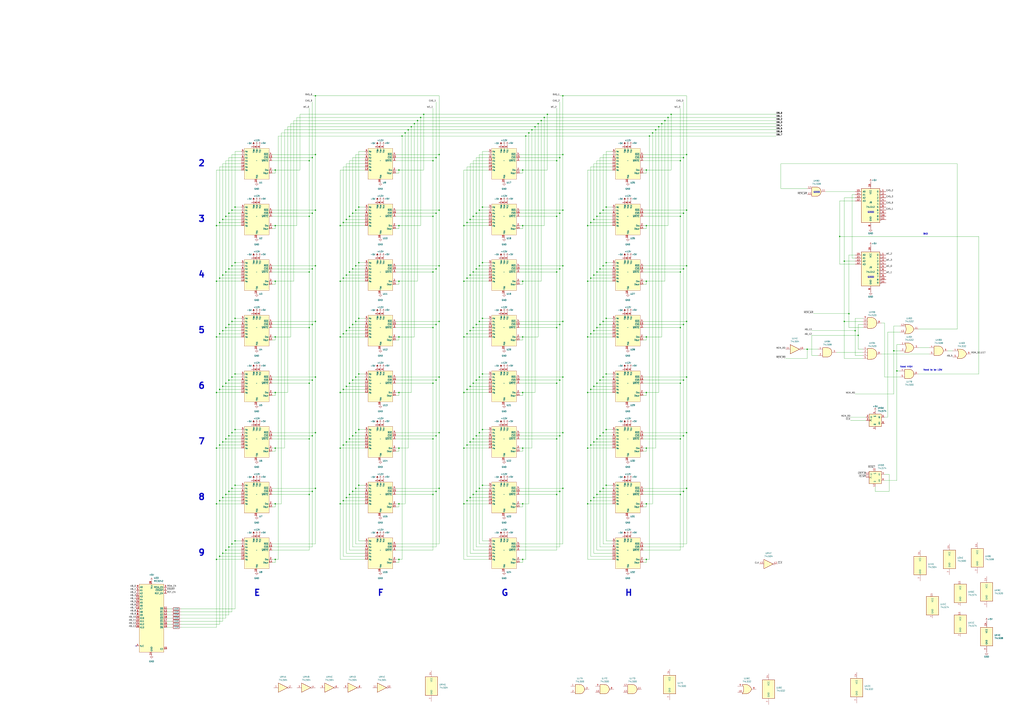
<source format=kicad_sch>
(kicad_sch (version 20231120) (generator "eeschema") (generator_version "8.0")
  (paper "A1")
  (junction (at 292.1 309.88))
  (junction (at 548.64 96.52))
  (junction (at 1033.78 215.9))
  (junction (at 1134.11 210.82))
  (junction (at 530.86 459.74))
  (junction (at 396.24 353.06))
  (junction (at 289.56 175.26))
  (junction (at 294.64 261.62))
  (junction (at 358.14 266.7))
  (junction (at 482.6 185.42))
  (junction (at 347.98 93.98))
  (junction (at 530.86 185.42))
  (junction (at 289.56 403.86))
  (junction (at 259.08 78.74))
  (junction (at 327.66 231.14))
  (junction (at 327.66 185.42))
  (junction (at 281.94 320.04))
  (junction (at 702.31 271.78))
  (junction (at 284.48 226.06))
  (junction (at 492.76 175.26))
  (junction (at 457.2 223.52))
  (junction (at 396.24 215.9))
  (junction (at 561.34 266.7))
  (junction (at 327.66 459.74))
  (junction (at 182.88 180.34))
  (junction (at 281.94 365.76))
  (junction (at 185.42 269.24))
  (junction (at 182.88 408.94))
  (junction (at 360.68 218.44))
  (junction (at 558.8 314.96))
  (junction (at 386.08 226.06))
  (junction (at 497.84 398.78))
  (junction (at 193.04 398.78))
  (junction (at 279.4 185.42))
  (junction (at 355.6 223.52))
  (junction (at 254 314.96))
  (junction (at 462.28 218.44))
  (junction (at 355.6 177.8))
  (junction (at 697.23 257.81))
  (junction (at 495.3 401.32))
  (junction (at 393.7 401.32))
  (junction (at 391.16 403.86))
  (junction (at 386.08 317.5))
  (junction (at 284.48 408.94))
  (junction (at 355.6 406.4))
  (junction (at 492.76 403.86))
  (junction (at 495.3 355.6))
  (junction (at 495.3 264.16))
  (junction (at 1109.98 222.25))
  (junction (at 391.16 266.7))
  (junction (at 558.8 223.52))
  (junction (at 327.66 322.58))
  (junction (at 292.1 401.32))
  (junction (at 459.74 129.54))
  (junction (at 360.68 355.6))
  (junction (at 259.08 127))
  (junction (at 256.54 129.54))
  (junction (at 381 322.58))
  (junction (at 530.86 368.3))
  (junction (at 281.94 411.48))
  (junction (at 388.62 360.68))
  (junction (at 487.68 271.78))
  (junction (at 459.74 403.86))
  (junction (at 459.74 266.7))
  (junction (at 289.56 220.98))
  (junction (at 185.42 360.68))
  (junction (at 190.5 172.72))
  (junction (at 485.14 365.76))
  (junction (at 180.34 320.04))
  (junction (at 294.64 353.06))
  (junction (at 287.02 177.8))
  (junction (at 381 185.42))
  (junction (at 492.76 358.14))
  (junction (at 492.76 312.42))
  (junction (at 187.96 312.42))
  (junction (at 662.94 287.02))
  (junction (at 447.04 96.52))
  (junction (at 388.62 269.24))
  (junction (at 530.86 414.02))
  (junction (at 383.54 365.76))
  (junction (at 386.08 271.78))
  (junction (at 256.54 266.7))
  (junction (at 256.54 312.42))
  (junction (at 462.28 127))
  (junction (at 177.8 414.02))
  (junction (at 462.28 401.32))
  (junction (at 497.84 353.06))
  (junction (at 429.26 231.14))
  (junction (at 386.08 408.94))
  (junction (at 381 276.86))
  (junction (at 259.08 264.16))
  (junction (at 381 368.3))
  (junction (at 180.34 274.32))
  (junction (at 561.34 312.42))
  (junction (at 182.88 226.06))
  (junction (at 485.14 182.88))
  (junction (at 193.04 444.5))
  (junction (at 284.48 271.78))
  (junction (at 226.06 459.74))
  (junction (at 429.26 276.86))
  (junction (at 256.54 358.14))
  (junction (at 386.08 180.34))
  (junction (at 284.48 363.22))
  (junction (at 487.68 408.94))
  (junction (at 563.88 218.44))
  (junction (at 482.6 322.58))
  (junction (at 1002.03 214.63))
  (junction (at 355.6 132.08))
  (junction (at 358.14 220.98))
  (junction (at 457.2 406.4))
  (junction (at 358.14 312.42))
  (junction (at 190.5 447.04))
  (junction (at 180.34 365.76))
  (junction (at 287.02 223.52))
  (junction (at 342.9 99.06))
  (junction (at 431.8 111.76))
  (junction (at 482.6 276.86))
  (junction (at 462.28 355.6))
  (junction (at 226.06 368.3))
  (junction (at 444.5 99.06))
  (junction (at 381 414.02))
  (junction (at 259.08 355.6))
  (junction (at 1139.19 205.74))
  (junction (at 459.74 175.26))
  (junction (at 393.7 172.72))
  (junction (at 177.8 368.3))
  (junction (at 254 177.8))
  (junction (at 563.88 264.16))
  (junction (at 180.34 411.48))
  (junction (at 391.16 312.42))
  (junction (at 226.06 414.02))
  (junction (at 226.06 139.7))
  (junction (at 360.68 172.72))
  (junction (at 177.8 322.58))
  (junction (at 386.08 363.22))
  (junction (at 561.34 129.54))
  (junction (at 918.21 287.02))
  (junction (at 388.62 223.52))
  (junction (at 292.1 355.6))
  (junction (at 335.28 106.68))
  (junction (at 487.68 317.5))
  (junction (at 254 132.08))
  (junction (at 551.18 93.98))
  (junction (at 284.48 180.34))
  (junction (at 558.8 177.8))
  (junction (at 327.66 276.86))
  (junction (at 436.88 106.68))
  (junction (at 388.62 406.4))
  (junction (at 226.06 185.42))
  (junction (at 226.06 276.86))
  (junction (at 558.8 360.68))
  (junction (at 294.64 307.34))
  (junction (at 393.7 309.88))
  (junction (at 530.86 231.14))
  (junction (at 358.14 358.14))
  (junction (at 287.02 406.4))
  (junction (at 530.86 139.7))
  (junction (at 429.26 368.3))
  (junction (at 182.88 271.78))
  (junction (at 482.6 414.02))
  (junction (at 256.54 220.98))
  (junction (at 530.86 322.58))
  (junction (at 693.42 214.63))
  (junction (at 279.4 276.86))
  (junction (at 563.88 172.72))
  (junction (at 254 360.68))
  (junction (at 287.02 314.96))
  (junction (at 185.42 452.12))
  (junction (at 530.86 276.86))
  (junction (at 490.22 177.8))
  (junction (at 287.02 360.68))
  (junction (at 388.62 314.96))
  (junction (at 289.56 312.42))
  (junction (at 563.88 127))
  (junction (at 292.1 264.16))
  (junction (at 558.8 406.4))
  (junction (at 490.22 269.24))
  (junction (at 543.56 101.6))
  (junction (at 485.14 274.32))
  (junction (at 689.61 194.31))
  (junction (at 292.1 218.44))
  (junction (at 254 269.24))
  (junction (at 190.5 264.16))
  (junction (at 281.94 182.88))
  (junction (at 279.4 414.02))
  (junction (at 485.14 320.04))
  (junction (at 281.94 228.6))
  (junction (at 185.42 177.8))
  (junction (at 259.08 172.72))
  (junction (at 391.16 175.26))
  (junction (at 182.88 363.22))
  (junction (at 358.14 175.26))
  (junction (at 190.5 355.6))
  (junction (at 185.42 314.96))
  (junction (at 256.54 403.86))
  (junction (at 457.2 314.96))
  (junction (at 294.64 398.78))
  (junction (at 292.1 172.72))
  (junction (at 289.56 266.7))
  (junction (at 396.24 398.78))
  (junction (at 495.3 309.88))
  (junction (at 383.54 182.88))
  (junction (at 193.04 215.9))
  (junction (at 226.06 231.14))
  (junction (at 337.82 104.14))
  (junction (at 187.96 358.14))
  (junction (at 462.28 264.16))
  (junction (at 396.24 261.62))
  (junction (at 533.4 111.76))
  (junction (at 462.28 309.88))
  (junction (at 193.04 170.18))
  (junction (at 563.88 355.6))
  (junction (at 381 231.14))
  (junction (at 289.56 358.14))
  (junction (at 177.8 185.42))
  (junction (at 462.28 78.74))
  (junction (at 182.88 317.5))
  (junction (at 345.44 96.52))
  (junction (at 561.34 175.26))
  (junction (at 434.34 109.22))
  (junction (at 490.22 223.52))
  (junction (at 294.64 215.9))
  (junction (at 254 223.52))
  (junction (at 391.16 220.98))
  (junction (at 704.85 275.59))
  (junction (at 497.84 170.18))
  (junction (at 256.54 175.26))
  (junction (at 429.26 414.02))
  (junction (at 187.96 266.7))
  (junction (at 187.96 403.86))
  (junction (at 383.54 228.6))
  (junction (at 177.8 459.74))
  (junction (at 327.66 414.02))
  (junction (at 193.04 307.34))
  (junction (at 497.84 215.9))
  (junction (at 459.74 220.98))
  (junction (at 360.68 264.16))
  (junction (at 490.22 314.96))
  (junction (at 279.4 322.58))
  (junction (at 923.29 303.53))
  (junction (at 546.1 99.06))
  (junction (at 487.68 226.06))
  (junction (at 190.5 218.44))
  (junction (at 457.2 132.08))
  (junction (at 535.94 109.22))
  (junction (at 563.88 309.88))
  (junction (at 487.68 180.34))
  (junction (at 254 406.4))
  (junction (at 495.3 172.72))
  (junction (at 279.4 368.3))
  (junction (at 193.04 261.62))
  (junction (at 330.2 111.76))
  (junction (at 736.6 304.8))
  (junction (at 355.6 360.68))
  (junction (at 388.62 177.8))
  (junction (at 393.7 355.6))
  (junction (at 281.94 274.32))
  (junction (at 180.34 182.88))
  (junction (at 558.8 269.24))
  (junction (at 279.4 231.14))
  (junction (at 449.58 93.98))
  (junction (at 492.76 266.7))
  (junction (at 734.06 288.29))
  (junction (at 393.7 218.44))
  (junction (at 327.66 139.7))
  (junction (at 693.42 264.16))
  (junction (at 457.2 360.68))
  (junction (at 190.5 401.32))
  (junction (at 429.26 139.7))
  (junction (at 561.34 358.14))
  (junction (at 497.84 307.34))
  (junction (at 360.68 401.32))
  (junction (at 360.68 309.88))
  (junction (at 391.16 358.14))
  (junction (at 190.5 309.88))
  (junction (at 1003.3 287.02))
  (junction (at 563.88 401.32))
  (junction (at 332.74 109.22))
  (junction (at 441.96 101.6))
  (junction (at 393.7 264.16))
  (junction (at 383.54 274.32))
  (junction (at 355.6 314.96))
  (junction (at 462.28 172.72))
  (junction (at 439.42 104.14))
  (junction (at 226.06 322.58))
  (junction (at 541.02 104.14))
  (junction (at 459.74 358.14))
  (junction (at 185.42 406.4))
  (junction (at 490.22 360.68))
  (junction (at 180.34 457.2))
  (junction (at 482.6 231.14))
  (junction (at 459.74 312.42))
  (junction (at 497.84 261.62))
  (junction (at 287.02 269.24))
  (junction (at 180.34 228.6))
  (junction (at 187.96 220.98))
  (junction (at 383.54 320.04))
  (junction (at 457.2 269.24))
  (junction (at 558.8 132.08))
  (junction (at 429.26 322.58))
  (junction (at 177.8 231.14))
  (junction (at 396.24 307.34))
  (junction (at 187.96 175.26))
  (junction (at 561.34 220.98))
  (junction (at 360.68 127))
  (junction (at 182.88 454.66))
  (junction (at 383.54 411.48))
  (junction (at 396.24 170.18))
  (junction (at 561.34 403.86))
  (junction (at 327.66 368.3))
  (junction (at 358.14 129.54))
  (junction (at 457.2 177.8))
  (junction (at 485.14 228.6))
  (junction (at 482.6 368.3))
  (junction (at 429.26 459.74))
  (junction (at 177.8 276.86))
  (junction (at 187.96 449.58))
  (junction (at 259.08 401.32))
  (junction (at 259.08 309.88))
  (junction (at 429.26 185.42))
  (junction (at 284.48 317.5))
  (junction (at 193.04 353.06))
  (junction (at 495.3 218.44))
  (junction (at 487.68 363.22))
  (junction (at 355.6 269.24))
  (junction (at 492.76 220.98))
  (junction (at 490.22 406.4))
  (junction (at 340.36 101.6))
  (junction (at 294.64 170.18))
  (junction (at 485.14 411.48))
  (junction (at 538.48 106.68))
  (junction (at 185.42 223.52))
  (junction (at 259.08 218.44))
  (junction (at 358.14 403.86))
  (no_connect (at 111.76 530.86))
  (wire (pts (xy 689.61 194.31) (xy 689.61 217.17)))
  (wire (pts (xy 243.84 96.52) (xy 345.44 96.52)))
  (wire (pts (xy 495.3 309.88) (xy 495.3 355.6)))
  (wire (pts (xy 381 231.14) (xy 401.32 231.14)))
  (wire (pts (xy 281.94 137.16) (xy 281.94 182.88)))
  (wire (pts (xy 530.86 322.58) (xy 541.02 322.58)))
  (wire (pts (xy 528.32 462.28) (xy 530.86 462.28)))
  (wire (pts (xy 693.42 264.16) (xy 693.42 294.64)))
  (wire (pts (xy 495.3 172.72) (xy 502.92 172.72)))
  (wire (pts (xy 180.34 365.76) (xy 198.12 365.76)))
  (wire (pts (xy 393.7 309.88) (xy 401.32 309.88)))
  (wire (pts (xy 325.12 279.4) (xy 327.66 279.4)))
  (wire (pts (xy 287.02 132.08) (xy 287.02 177.8)))
  (wire (pts (xy 401.32 134.62) (xy 386.08 134.62)))
  (wire (pts (xy 528.32 414.02) (xy 530.86 414.02)))
  (wire (pts (xy 693.42 162.56) (xy 693.42 214.63)))
  (wire (pts (xy 563.88 78.74) (xy 563.88 127)))
  (wire (pts (xy 223.52 401.32) (xy 259.08 401.32)))
  (wire (pts (xy 391.16 358.14) (xy 391.16 403.86)))
  (wire (pts (xy 281.94 228.6) (xy 299.72 228.6)))
  (wire (pts (xy 497.84 353.06) (xy 502.92 353.06)))
  (wire (pts (xy 383.54 228.6) (xy 383.54 274.32)))
  (wire (pts (xy 190.5 447.04) (xy 198.12 447.04)))
  (wire (pts (xy 449.58 93.98) (xy 551.18 93.98)))
  (wire (pts (xy 487.68 226.06) (xy 487.68 271.78)))
  (wire (pts (xy 325.12 187.96) (xy 327.66 187.96)))
  (wire (pts (xy 426.72 309.88) (xy 462.28 309.88)))
  (wire (pts (xy 190.5 127) (xy 190.5 172.72)))
  (wire (pts (xy 1066.8 289.56) (xy 1097.28 289.56)))
  (wire (pts (xy 447.04 96.52) (xy 548.64 96.52)))
  (wire (pts (xy 666.75 271.78) (xy 702.31 271.78)))
  (wire (pts (xy 287.02 269.24) (xy 299.72 269.24)))
  (wire (pts (xy 148.59 502.92) (xy 190.5 502.92)))
  (wire (pts (xy 497.84 307.34) (xy 497.84 353.06)))
  (wire (pts (xy 254 406.4) (xy 254 452.12)))
  (wire (pts (xy 294.64 353.06) (xy 299.72 353.06)))
  (wire (pts (xy 391.16 358.14) (xy 401.32 358.14)))
  (wire (pts (xy 185.42 177.8) (xy 198.12 177.8)))
  (wire (pts (xy 345.44 96.52) (xy 345.44 185.42)))
  (wire (pts (xy 325.12 462.28) (xy 327.66 462.28)))
  (wire (pts (xy 327.66 231.14) (xy 327.66 233.68)))
  (wire (pts (xy 914.4 231.14) (xy 925.83 231.14)))
  (wire (pts (xy 388.62 223.52) (xy 388.62 269.24)))
  (wire (pts (xy 388.62 177.8) (xy 401.32 177.8)))
  (wire (pts (xy 279.4 414.02) (xy 279.4 459.74)))
  (wire (pts (xy 485.14 182.88) (xy 485.14 228.6)))
  (wire (pts (xy 292.1 355.6) (xy 299.72 355.6)))
  (wire (pts (xy 728.98 342.9) (xy 726.44 342.9)))
  (wire (pts (xy 325.12 142.24) (xy 327.66 142.24)))
  (wire (pts (xy 942.34 289.56) (xy 951.23 289.56)))
  (wire (pts (xy 187.96 505.46) (xy 148.59 505.46)))
  (wire (pts (xy 256.54 312.42) (xy 256.54 358.14)))
  (wire (pts (xy 223.52 185.42) (xy 226.06 185.42)))
  (wire (pts (xy 381 185.42) (xy 401.32 185.42)))
  (wire (pts (xy 1040.13 208.28) (xy 1033.78 208.28)))
  (wire (pts (xy 1134.11 189.23) (xy 1134.11 210.82)))
  (wire (pts (xy 187.96 175.26) (xy 187.96 220.98)))
  (wire (pts (xy 401.32 139.7) (xy 381 139.7)))
  (wire (pts (xy 238.76 101.6) (xy 238.76 276.86)))
  (wire (pts (xy 459.74 220.98) (xy 459.74 266.7)))
  (wire (pts (xy 180.34 182.88) (xy 198.12 182.88)))
  (wire (pts (xy 485.14 182.88) (xy 502.92 182.88)))
  (wire (pts (xy 386.08 226.06) (xy 386.08 271.78)))
  (wire (pts (xy 383.54 365.76) (xy 401.32 365.76)))
  (wire (pts (xy 485.14 274.32) (xy 502.92 274.32)))
  (wire (pts (xy 393.7 309.88) (xy 393.7 355.6)))
  (wire (pts (xy 561.34 403.86) (xy 561.34 449.58)))
  (wire (pts (xy 528.32 368.3) (xy 530.86 368.3)))
  (wire (pts (xy 337.82 104.14) (xy 439.42 104.14)))
  (wire (pts (xy 535.94 109.22) (xy 637.54 109.22)))
  (wire (pts (xy 325.12 231.14) (xy 327.66 231.14)))
  (wire (pts (xy 292.1 172.72) (xy 299.72 172.72)))
  (wire (pts (xy 535.94 109.22) (xy 535.94 414.02)))
  (wire (pts (xy 332.74 109.22) (xy 332.74 414.02)))
  (wire (pts (xy 185.42 269.24) (xy 185.42 314.96)))
  (wire (pts (xy 698.5 345.44) (xy 711.2 345.44)))
  (wire (pts (xy 561.34 83.82) (xy 561.34 129.54)))
  (wire (pts (xy 429.26 142.24) (xy 429.26 139.7)))
  (wire (pts (xy 528.32 127) (xy 563.88 127)))
  (wire (pts (xy 490.22 406.4) (xy 490.22 452.12)))
  (wire (pts (xy 256.54 78.74) (xy 259.08 78.74)))
  (wire (pts (xy 284.48 226.06) (xy 284.48 271.78)))
  (wire (pts (xy 180.34 457.2) (xy 198.12 457.2)))
  (wire (pts (xy 325.12 406.4) (xy 355.6 406.4)))
  (wire (pts (xy 490.22 223.52) (xy 502.92 223.52)))
  (wire (pts (xy 223.52 231.14) (xy 226.06 231.14)))
  (wire (pts (xy 325.12 175.26) (xy 358.14 175.26)))
  (wire (pts (xy 193.04 307.34) (xy 198.12 307.34)))
  (wire (pts (xy 233.68 106.68) (xy 233.68 368.3)))
  (wire (pts (xy 1139.19 194.31) (xy 1139.19 205.74)))
  (wire (pts (xy 431.8 111.76) (xy 431.8 459.74)))
  (wire (pts (xy 678.18 157.48) (xy 702.31 157.48)))
  (wire (pts (xy 429.26 233.68) (xy 426.72 233.68)))
  (wire (pts (xy 289.56 403.86) (xy 299.72 403.86)))
  (wire (pts (xy 325.12 269.24) (xy 355.6 269.24)))
  (wire (pts (xy 396.24 170.18) (xy 401.32 170.18)))
  (wire (pts (xy 386.08 408.94) (xy 386.08 454.66)))
  (wire (pts (xy 185.42 314.96) (xy 185.42 360.68)))
  (wire (pts (xy 530.86 368.3) (xy 538.48 368.3)))
  (wire (pts (xy 223.52 309.88) (xy 259.08 309.88)))
  (wire (pts (xy 687.07 289.56) (xy 708.66 289.56)))
  (wire (pts (xy 485.14 274.32) (xy 485.14 320.04)))
  (wire (pts (xy 462.28 309.88) (xy 462.28 355.6)))
  (wire (pts (xy 381 185.42) (xy 381 231.14)))
  (wire (pts (xy 396.24 398.78) (xy 401.32 398.78)))
  (wire (pts (xy 279.4 368.3) (xy 279.4 414.02)))
  (wire (pts (xy 393.7 447.04) (xy 401.32 447.04)))
  (wire (pts (xy 325.12 276.86) (xy 327.66 276.86)))
  (wire (pts (xy 739.14 273.05) (xy 728.98 273.05)))
  (wire (pts (xy 543.56 101.6) (xy 637.54 101.6)))
  (wire (pts (xy 360.68 401.32) (xy 360.68 447.04)))
  (wire (pts (xy 396.24 261.62) (xy 396.24 307.34)))
  (wire (pts (xy 482.6 414.02) (xy 502.92 414.02)))
  (wire (pts (xy 558.8 88.9) (xy 558.8 132.08)))
  (wire (pts (xy 393.7 355.6) (xy 393.7 401.32)))
  (wire (pts (xy 697.23 209.55) (xy 697.23 257.81)))
  (wire (pts (xy 256.54 175.26) (xy 256.54 220.98)))
  (wire (pts (xy 182.88 180.34) (xy 198.12 180.34)))
  (wire (pts (xy 396.24 353.06) (xy 401.32 353.06)))
  (wire (pts (xy 185.42 314.96) (xy 198.12 314.96)))
  (wire (pts (xy 530.86 139.7) (xy 551.18 139.7)))
  (wire (pts (xy 177.8 459.74) (xy 198.12 459.74)))
  (wire (pts (xy 289.56 220.98) (xy 299.72 220.98)))
  (wire (pts (xy 459.74 312.42) (xy 459.74 358.14)))
  (wire (pts (xy 561.34 358.14) (xy 561.34 403.86)))
  (wire (pts (xy 284.48 363.22) (xy 284.48 408.94)))
  (wire (pts (xy 429.26 368.3) (xy 436.88 368.3)))
  (wire (pts (xy 528.32 279.4) (xy 530.86 279.4)))
  (wire (pts (xy 1074.42 281.94) (xy 1082.04 281.94)))
  (wire (pts (xy 388.62 269.24) (xy 401.32 269.24)))
  (wire (pts (xy 495.3 355.6) (xy 502.92 355.6)))
  (wire (pts (xy 226.06 368.3) (xy 233.68 368.3)))
  (wire (pts (xy 193.04 444.5) (xy 193.04 500.38)))
  (wire (pts (xy 185.42 223.52) (xy 185.42 269.24)))
  (wire (pts (xy 256.54 83.82) (xy 256.54 129.54)))
  (wire (pts (xy 1002.03 228.6) (xy 1002.03 214.63)))
  (wire (pts (xy 457.2 314.96) (xy 457.2 360.68)))
  (wire (pts (xy 187.96 449.58) (xy 198.12 449.58)))
  (wire (pts (xy 259.08 78.74) (xy 259.08 127)))
  (wire (pts (xy 193.04 215.9) (xy 193.04 261.62)))
  (wire (pts (xy 487.68 134.62) (xy 487.68 180.34)))
  (wire (pts (xy 530.86 231.14) (xy 546.1 231.14)))
  (wire (pts (xy 528.32 129.54) (xy 561.34 129.54)))
  (wire (pts (xy 528.32 403.86) (xy 561.34 403.86)))
  (wire (pts (xy 426.72 322.58) (xy 429.26 322.58)))
  (wire (pts (xy 497.84 261.62) (xy 497.84 307.34)))
  (wire (pts (xy 360.68 309.88) (xy 360.68 355.6)))
  (wire (pts (xy 383.54 457.2) (xy 401.32 457.2)))
  (wire (pts (xy 281.94 320.04) (xy 299.72 320.04)))
  (wire (pts (xy 563.88 309.88) (xy 563.88 355.6)))
  (wire (pts (xy 190.5 502.92) (xy 190.5 447.04)))
  (wire (pts (xy 528.32 139.7) (xy 530.86 139.7)))
  (wire (pts (xy 185.42 177.8) (xy 185.42 223.52)))
  (wire (pts (xy 495.3 355.6) (xy 495.3 401.32)))
  (wire (pts (xy 487.68 363.22) (xy 487.68 408.94)))
  (wire (pts (xy 391.16 312.42) (xy 391.16 358.14)))
  (wire (pts (xy 426.72 368.3) (xy 429.26 368.3)))
  (wire (pts (xy 401.32 132.08) (xy 388.62 132.08)))
  (wire (pts (xy 662.94 287.02) (xy 671.83 287.02)))
  (wire (pts (xy 487.68 180.34) (xy 502.92 180.34)))
  (wire (pts (xy 279.4 185.42) (xy 279.4 231.14)))
  (wire (pts (xy 436.88 106.68) (xy 538.48 106.68)))
  (wire (pts (xy 325.12 355.6) (xy 360.68 355.6)))
  (wire (pts (xy 704.85 266.7) (xy 704.85 275.59)))
  (wire (pts (xy 502.92 139.7) (xy 482.6 139.7)))
  (wire (pts (xy 325.12 447.04) (xy 360.68 447.04)))
  (wire (pts (xy 294.64 307.34) (xy 299.72 307.34)))
  (wire (pts (xy 226.06 187.96) (xy 226.06 185.42)))
  (wire (pts (xy 666.75 292.1) (xy 671.83 292.1)))
  (wire (pts (xy 530.86 279.4) (xy 530.86 276.86)))
  (wire (pts (xy 426.72 406.4) (xy 457.2 406.4)))
  (wire (pts (xy 342.9 99.06) (xy 342.9 231.14)))
  (wire (pts (xy 223.52 266.7) (xy 256.54 266.7)))
  (wire (pts (xy 966.47 287.02) (xy 980.44 287.02)))
  (wire (pts (xy 294.64 215.9) (xy 294.64 261.62)))
  (wire (pts (xy 530.86 370.84) (xy 530.86 368.3)))
  (wire (pts (xy 193.04 261.62) (xy 193.04 307.34)))
  (wire (pts (xy 182.88 454.66) (xy 198.12 454.66)))
  (wire (pts (xy 223.52 142.24) (xy 226.06 142.24)))
  (wire (pts (xy 383.54 228.6) (xy 401.32 228.6)))
  (wire (pts (xy 185.42 452.12) (xy 198.12 452.12)))
  (wire (pts (xy 327.66 414.02) (xy 332.74 414.02)))
  (wire (pts (xy 497.84 261.62) (xy 502.92 261.62)))
  (wire (pts (xy 393.7 218.44) (xy 393.7 264.16)))
  (wire (pts (xy 704.85 275.59) (xy 666.75 275.59)))
  (wire (pts (xy 259.08 309.88) (xy 259.08 355.6)))
  (wire (pts (xy 485.14 228.6) (xy 502.92 228.6)))
  (wire (pts (xy 730.25 403.86) (xy 718.82 403.86)))
  (wire (pts (xy 947.42 254) (xy 947.42 228.6)))
  (wire (pts (xy 292.1 401.32) (xy 292.1 447.04)))
  (wire (pts (xy 180.34 274.32) (xy 198.12 274.32)))
  (wire (pts (xy 279.4 185.42) (xy 299.72 185.42)))
  (wire (pts (xy 541.02 104.14) (xy 541.02 322.58)))
  (wire (pts (xy 177.8 414.02) (xy 177.8 459.74)))
  (wire (pts (xy 914.4 228.6) (xy 925.83 228.6)))
  (wire (pts (xy 396.24 170.18) (xy 396.24 215.9)))
  (wire (pts (xy 198.12 139.7) (xy 177.8 139.7)))
  (wire (pts (xy 281.94 411.48) (xy 281.94 457.2)))
  (wire (pts (xy 485.14 228.6) (xy 485.14 274.32)))
  (wire (pts (xy 502.92 127) (xy 495.3 127)))
  (wire (pts (xy 444.5 99.06) (xy 546.1 99.06)))
  (wire (pts (xy 1134.11 210.82) (xy 1143 210.82)))
  (wire (pts (xy 426.72 266.7) (xy 459.74 266.7)))
  (wire (pts (xy 177.8 185.42) (xy 177.8 231.14)))
  (wire (pts (xy 546.1 99.06) (xy 546.1 231.14)))
  (wire (pts (xy 190.5 218.44) (xy 198.12 218.44)))
  (wire (pts (xy 177.8 515.62) (xy 177.8 459.74)))
  (wire (pts (xy 429.26 231.14) (xy 429.26 233.68)))
  (wire (pts (xy 558.8 269.24) (xy 558.8 314.96)))
  (wire (pts (xy 358.14 129.54) (xy 358.14 175.26)))
  (wire (pts (xy 325.12 370.84) (xy 327.66 370.84)))
  (wire (pts (xy 396.24 398.78) (xy 396.24 444.5)))
  (wire (pts (xy 459.74 358.14) (xy 459.74 403.86)))
  (wire (pts (xy 383.54 182.88) (xy 383.54 228.6)))
  (wire (pts (xy 923.29 292.1) (xy 923.29 303.53)))
  (wire (pts (xy 294.64 170.18) (xy 294.64 215.9)))
  (wire (pts (xy 182.88 363.22) (xy 182.88 408.94)))
  (wire (pts (xy 528.32 452.12) (xy 558.8 452.12)))
  (wire (pts (xy 327.66 231.14) (xy 342.9 231.14)))
  (wire (pts (xy 292.1 447.04) (xy 299.72 447.04)))
  (wire (pts (xy 668.02 257.81) (xy 697.23 257.81)))
  (wire (pts (xy 226.06 322.58) (xy 236.22 322.58)))
  (wire (pts (xy 697.23 269.24) (xy 708.66 269.24)))
  (wire (pts (xy 426.72 142.24) (xy 429.26 142.24)))
  (wire (pts (xy 426.72 175.26) (xy 459.74 175.26)))
  (wire (pts (xy 1031.24 215.9) (xy 1033.78 215.9)))
  (wire (pts (xy 459.74 83.82) (xy 459.74 129.54)))
  (wire (pts (xy 495.3 218.44) (xy 502.92 218.44)))
  (wire (pts (xy 459.74 129.54) (xy 459.74 175.26)))
  (wire (pts (xy 1003.3 287.02) (xy 1003.3 270.51)))
  (wire (pts (xy 528.32 269.24) (xy 558.8 269.24)))
  (wire (pts (xy 558.8 132.08) (xy 558.8 177.8)))
  (wire (pts (xy 294.64 398.78) (xy 294.64 444.5)))
  (wire (pts (xy 462.28 127) (xy 462.28 172.72)))
  (wire (pts (xy 558.8 177.8) (xy 558.8 223.52)))
  (wire (pts (xy 193.04 353.06) (xy 193.04 398.78)))
  (wire (pts (xy 444.5 99.06) (xy 444.5 231.14)))
  (wire (pts (xy 256.54 129.54) (xy 256.54 175.26)))
  (wire (pts (xy 180.34 365.76) (xy 180.34 411.48)))
  (wire (pts (xy 325.12 459.74) (xy 327.66 459.74)))
  (wire (pts (xy 381 414.02) (xy 401.32 414.02)))
  (wire (pts (xy 231.14 109.22) (xy 231.14 414.02)))
  (wire (pts (xy 279.4 276.86) (xy 299.72 276.86)))
  (wire (pts (xy 396.24 261.62) (xy 401.32 261.62)))
  (wire (pts (xy 383.54 182.88) (xy 401.32 182.88)))
  (wire (pts (xy 528.32 401.32) (xy 563.88 401.32)))
  (wire (pts (xy 325.12 264.16) (xy 360.68 264.16)))
  (wire (pts (xy 187.96 358.14) (xy 198.12 358.14)))
  (wire (pts (xy 388.62 177.8) (xy 388.62 223.52)))
  (wire (pts (xy 226.06 416.56) (xy 226.06 414.02)))
  (wire (pts (xy 226.06 462.28) (xy 226.06 459.74)))
  (wire (pts (xy 299.72 139.7) (xy 279.4 139.7)))
  (wire (pts (xy 490.22 223.52) (xy 490.22 269.24)))
  (wire (pts (xy 383.54 411.48) (xy 383.54 457.2)))
  (wire (pts (xy 726.44 389.89) (xy 730.25 389.89)))
  (wire (pts (xy 426.72 462.28) (xy 429.26 462.28)))
  (wire (pts (xy 193.04 500.38) (xy 148.59 500.38)))
  (wire (pts (xy 391.16 403.86) (xy 391.16 449.58)))
  (wire (pts (xy 386.08 363.22) (xy 401.32 363.22)))
  (wire (pts (xy 193.04 215.9) (xy 198.12 215.9)))
  (wire (pts (xy 342.9 99.06) (xy 444.5 99.06)))
  (wire (pts (xy 426.72 129.54) (xy 459.74 129.54)))
  (wire (pts (xy 393.7 401.32) (xy 393.7 447.04)))
  (wire (pts (xy 391.16 266.7) (xy 391.16 312.42)))
  (wire (pts (xy 177.8 276.86) (xy 198.12 276.86)))
  (wire (pts (xy 330.2 111.76) (xy 330.2 459.74)))
  (wire (pts (xy 490.22 269.24) (xy 490.22 314.96)))
  (wire (pts (xy 226.06 414.02) (xy 231.14 414.02)))
  (wire (pts (xy 236.22 104.14) (xy 236.22 322.58)))
  (wire (pts (xy 325.12 312.42) (xy 358.14 312.42)))
  (wire (pts (xy 279.4 139.7) (xy 279.4 185.42)))
  (wire (pts (xy 284.48 271.78) (xy 299.72 271.78)))
  (wire (pts (xy 401.32 124.46) (xy 396.24 124.46)))
  (wire (pts (xy 426.72 452.12) (xy 457.2 452.12)))
  (wire (pts (xy 223.52 314.96) (xy 254 314.96)))
  (wire (pts (xy 259.08 172.72) (xy 259.08 218.44)))
  (wire (pts (xy 386.08 317.5) (xy 386.08 363.22)))
  (wire (pts (xy 726.44 309.88) (xy 739.14 309.88)))
  (wire (pts (xy 734.06 323.85) (xy 702.31 323.85)))
  (wire (pts (xy 187.96 403.86) (xy 198.12 403.86)))
  (wire (pts (xy 530.86 142.24) (xy 530.86 139.7)))
  (wire (pts (xy 325.12 266.7) (xy 358.14 266.7)))
  (wire (pts (xy 187.96 312.42) (xy 187.96 358.14)))
  (wire (pts (xy 279.4 322.58) (xy 299.72 322.58)))
  (wire (pts (xy 327.66 322.58) (xy 337.82 322.58)))
  (wire (pts (xy 1143 189.23) (xy 1134.11 189.23)))
  (wire (pts (xy 726.44 265.43) (xy 726.44 309.88)))
  (wire (pts (xy 426.72 187.96) (xy 429.26 187.96)))
  (wire (pts (xy 426.72 172.72) (xy 462.28 172.72)))
  (wire (pts (xy 495.3 264.16) (xy 495.3 309.88)))
  (wire (pts (xy 548.64 96.52) (xy 548.64 185.42)))
  (wire (pts (xy 360.68 264.16) (xy 360.68 309.88)))
  (wire (pts (xy 528.32 231.14) (xy 530.86 231.14)))
  (wire (pts (xy 358.14 175.26) (xy 358.14 220.98)))
  (wire (pts (xy 641.35 134.62) (xy 641.35 154.94)))
  (wire (pts (xy 287.02 360.68) (xy 299.72 360.68)))
  (wire (pts (xy 347.98 93.98) (xy 449.58 93.98)))
  (wire (pts (xy 485.14 411.48) (xy 502.92 411.48)))
  (wire (pts (xy 558.8 360.68) (xy 558.8 406.4)))
  (wire (pts (xy 1003.3 270.51) (xy 1040.13 270.51)))
  (wire (pts (xy 482.6 231.14) (xy 482.6 276.86)))
  (wire (pts (xy 223.52 220.98) (xy 256.54 220.98)))
  (wire (pts (xy 198.12 127) (xy 190.5 127)))
  (wire (pts (xy 182.88 363.22) (xy 198.12 363.22)))
  (wire (pts (xy 391.16 312.42) (xy 401.32 312.42)))
  (wire (pts (xy 223.52 129.54) (xy 256.54 129.54)))
  (wire (pts (xy 386.08 134.62) (xy 386.08 180.34)))
  (wire (pts (xy 388.62 269.24) (xy 388.62 314.96)))
  (wire (pts (xy 289.56 266.7) (xy 299.72 266.7)))
  (wire (pts (xy 177.8 139.7) (xy 177.8 185.42)))
  (wire (pts (xy 254 177.8) (xy 254 223.52)))
  (wire (pts (xy 360.68 355.6) (xy 360.68 401.32)))
  (wire (pts (xy 490.22 360.68) (xy 490.22 406.4)))
  (wire (pts (xy 530.86 185.42) (xy 548.64 185.42)))
  (wire (pts (xy 697.23 209.55) (xy 702.31 209.55)))
  (wire (pts (xy 327.66 279.4) (xy 327.66 276.86)))
  (wire (pts (xy 457.2 360.68) (xy 457.2 406.4)))
  (wire (pts (xy 492.76 403.86) (xy 492.76 449.58)))
  (wire (pts (xy 289.56 358.14) (xy 299.72 358.14)))
  (wire (pts (xy 193.04 170.18) (xy 198.12 170.18)))
  (wire (pts (xy 490.22 314.96) (xy 502.92 314.96)))
  (wire (pts (xy 177.8 322.58) (xy 177.8 368.3)))
  (wire (pts (xy 294.64 170.18) (xy 299.72 170.18)))
  (wire (pts (xy 497.84 215.9) (xy 497.84 261.62)))
  (wire (pts (xy 393.7 355.6) (xy 401.32 355.6)))
  (wire (pts (xy 294.64 307.34) (xy 294.64 353.06)))
  (wire (pts (xy 177.8 414.02) (xy 198.12 414.02)))
  (wire (pts (xy 497.84 124.46) (xy 497.84 170.18)))
  (wire (pts (xy 281.94 365.76) (xy 299.72 365.76)))
  (wire (pts (xy 942.34 306.07) (xy 1078.23 306.07)))
  (wire (pts (xy 330.2 111.76) (xy 431.8 111.76)))
  (wire (pts (xy 335.28 106.68) (xy 335.28 368.3)))
  (wire (pts (xy 492.76 449.58) (xy 502.92 449.58)))
  (wire (pts (xy 223.52 325.12) (xy 226.06 325.12)))
  (wire (pts (xy 426.72 264.16) (xy 462.28 264.16)))
  (wire (pts (xy 386.08 408.94) (xy 401.32 408.94)))
  (wire (pts (xy 355.6 314.96) (xy 355.6 360.68)))
  (wire (pts (xy 381 368.3) (xy 381 414.02)))
  (wire (pts (xy 325.12 358.14) (xy 358.14 358.14)))
  (wire (pts (xy 279.4 459.74) (xy 299.72 459.74)))
  (wire (pts (xy 360.68 78.74) (xy 360.68 127)))
  (wire (pts (xy 177.8 276.86) (xy 177.8 322.58)))
  (wire (pts (xy 401.32 127) (xy 393.7 127)))
  (wire (pts (xy 360.68 78.74) (xy 259.08 78.74)))
  (wire (pts (xy 228.6 111.76) (xy 228.6 459.74)))
  (wire (pts (xy 287.02 223.52) (xy 299.72 223.52)))
  (wire (pts (xy 1040.13 270.51) (xy 1040.13 287.02)))
  (wire (pts (xy 426.72 223.52) (xy 457.2 223.52)))
  (wire (pts (xy 497.84 444.5) (xy 502.92 444.5)))
  (wire (pts (xy 223.52 139.7) (xy 226.06 139.7)))
  (wire (pts (xy 383.54 137.16) (xy 383.54 182.88)))
  (wire (pts (xy 429.26 276.86) (xy 441.96 276.86)))
  (wire (pts (xy 223.52 223.52) (xy 254 223.52)))
  (wire (pts (xy 528.32 459.74) (xy 530.86 459.74)))
  (wire (pts (xy 279.4 231.14) (xy 299.72 231.14)))
  (wire (pts (xy 327.66 185.42) (xy 345.44 185.42)))
  (wire (pts (xy 360.68 172.72) (xy 360.68 218.44)))
  (wire (pts (xy 1013.46 293.37) (xy 1010.92 293.37)))
  (wire (pts (xy 187.96 129.54) (xy 187.96 175.26)))
  (wire (pts (xy 528.32 264.16) (xy 563.88 264.16)))
  (wire (pts (xy 190.5 172.72) (xy 190.5 218.44)))
  (wire (pts (xy 1055.37 222.25) (xy 1060.45 222.25)))
  (wire (pts (xy 182.88 226.06) (xy 198.12 226.06)))
  (wire (pts (xy 294.64 353.06) (xy 294.64 398.78)))
  (wire (pts (xy 289.56 266.7) (xy 289.56 312.42)))
  (wire (pts (xy 386.08 271.78) (xy 386.08 317.5)))
  (wire (pts (xy 223.52 269.24) (xy 254 269.24)))
  (wire (pts (xy 485.14 137.16) (xy 485.14 182.88)))
  (wire (pts (xy 698.5 342.9) (xy 711.2 342.9)))
  (wire (pts (xy 254 314.96) (xy 254 360.68)))
  (wire (pts (xy 187.96 266.7) (xy 198.12 266.7)))
  (wire (pts (xy 177.8 231.14) (xy 177.8 276.86)))
  (wire (pts (xy 386.08 363.22) (xy 386.08 408.94)))
  (wire (pts (xy 325.12 452.12) (xy 355.6 452.12)))
  (wire (pts (xy 223.52 462.28) (xy 226.06 462.28)))
  (wire (pts (xy 487.68 271.78) (xy 487.68 317.5)))
  (wire (pts (xy 439.42 104.14) (xy 439.42 322.58)))
  (wire (pts (xy 292.1 264.16) (xy 292.1 309.88)))
  (wire (pts (xy 487.68 226.06) (xy 502.92 226.06)))
  (wire (pts (xy 337.82 104.14) (xy 337.82 322.58)))
  (wire (pts (xy 148.59 508) (xy 185.42 508)))
  (wire (pts (xy 347.98 93.98) (xy 347.98 139.7)))
  (wire (pts (xy 396.24 353.06) (xy 396.24 398.78)))
  (wire (pts (xy 530.86 231.14) (xy 530.86 233.68)))
  (wire (pts (xy 190.5 401.32) (xy 198.12 401.32)))
  (wire (pts (xy 180.34 137.16) (xy 180.34 182.88)))
  (wire (pts (xy 287.02 177.8) (xy 299.72 177.8)))
  (wire (pts (xy 487.68 317.5) (xy 502.92 317.5)))
  (wire (pts (xy 482.6 185.42) (xy 502.92 185.42)))
  (wire (pts (xy 708.66 264.16) (xy 693.42 264.16)))
  (wire (pts (xy 325.12 309.88) (xy 360.68 309.88)))
  (wire (pts (xy 182.88 510.54) (xy 182.88 454.66)))
  (wire (pts (xy 187.96 220.98) (xy 187.96 266.7)))
  (wire (pts (xy 284.48 317.5) (xy 284.48 363.22)))
  (wire (pts (xy 528.32 406.4) (xy 558.8 406.4)))
  (wire (pts (xy 292.1 355.6) (xy 292.1 401.32)))
  (wire (pts (xy 182.88 408.94) (xy 198.12 408.94)))
  (wire (pts (xy 528.32 132.08) (xy 558.8 132.08)))
  (wire (pts (xy 923.29 303.53) (xy 927.1 303.53)))
  (wire (pts (xy 284.48 454.66) (xy 299.72 454.66)))
  (wire (pts (xy 492.76 129.54) (xy 492.76 175.26)))
  (wire (pts (xy 462.28 355.6) (xy 462.28 401.32)))
  (wire (pts (xy 563.88 172.72) (xy 563.88 218.44)))
  (wire (pts (xy 426.72 276.86) (xy 429.26 276.86)))
  (wire (pts (xy 1139.19 205.74) (xy 1143 205.74)))
  (wire (pts (xy 459.74 266.7) (xy 459.74 312.42)))
  (wire (pts (xy 551.18 93.98) (xy 637.54 93.98)))
  (wire (pts (xy 426.72 132.08) (xy 457.2 132.08)))
  (wire (pts (xy 325.12 177.8) (xy 355.6 177.8)))
  (wire (pts (xy 441.96 101.6) (xy 441.96 276.86)))
  (wire (pts (xy 137.16 515.62) (xy 140.97 515.62)))
  (wire (pts (xy 381 459.74) (xy 401.32 459.74)))
  (wire (pts (xy 281.94 320.04) (xy 281.94 365.76)))
  (wire (pts (xy 292.1 127) (xy 292.1 172.72)))
  (wire (pts (xy 429.26 139.7) (xy 449.58 139.7)))
  (wire (pts (xy 327.66 276.86) (xy 340.36 276.86)))
  (wire (pts (xy 1106.17 222.25) (xy 1109.98 222.25)))
  (wire (pts (xy 236.22 104.14) (xy 337.82 104.14)))
  (wire (pts (xy 391.16 449.58) (xy 401.32 449.58)))
  (wire (pts (xy 966.47 273.05) (xy 988.06 273.05)))
  (wire (pts (xy 325.12 185.42) (xy 327.66 185.42)))
  (wire (pts (xy 294.64 261.62) (xy 294.64 307.34)))
  (wire (pts (xy 193.04 353.06) (xy 198.12 353.06)))
  (wire (pts (xy 198.12 134.62) (xy 182.88 134.62)))
  (wire (pts (xy 401.32 137.16) (xy 383.54 137.16)))
  (wire (pts (xy 487.68 271.78) (xy 502.92 271.78)))
  (wire (pts (xy 718.82 403.86) (xy 718.82 400.05)))
  (wire (pts (xy 979.17 236.22) (xy 979.17 217.17)))
  (wire (pts (xy 1003.3 287.02) (xy 1013.46 287.02)))
  (wire (pts (xy 495.3 401.32) (xy 502.92 401.32)))
  (wire (pts (xy 327.66 459.74) (xy 330.2 459.74)))
  (wire (pts (xy 355.6 177.8) (xy 355.6 223.52)))
  (wire (pts (xy 325.12 132.08) (xy 355.6 132.08)))
  (wire (pts (xy 393.7 218.44) (xy 401.32 218.44)))
  (wire (pts (xy 182.88 408.94) (xy 182.88 454.66)))
  (wire (pts (xy 495.3 401.32) (xy 495.3 447.04)))
  (wire (pts (xy 459.74 78.74) (xy 462.28 78.74)))
  (wire (pts (xy 803.91 194.31) (xy 803.91 307.34)))
  (wire (pts (xy 190.5 309.88) (xy 198.12 309.88)))
  (wire (pts (xy 289.56 312.42) (xy 289.56 358.14)))
  (wire (pts (xy 447.04 96.52) (xy 447.04 185.42)))
  (wire (pts (xy 294.64 215.9) (xy 299.72 215.9)))
  (wire (pts (xy 287.02 360.68) (xy 287.02 406.4)))
  (wire (pts (xy 426.72 447.04) (xy 462.28 447.04)))
  (wire (pts (xy 697.23 257.81) (xy 697.23 269.24)))
  (wire (pts (xy 538.48 106.68) (xy 637.54 106.68)))
  (wire (pts (xy 699.77 160.02) (xy 699.77 212.09)))
  (wire (pts (xy 927.1 287.02) (xy 918.21 287.02)))
  (wire (pts (xy 641.35 154.94) (xy 662.94 154.94)))
  (wire (pts (xy 558.8 223.52) (xy 558.8 269.24)))
  (wire (pts (xy 528.32 220.98) (xy 561.34 220.98)))
  (wire (pts (xy 185.42 360.68) (xy 198.12 360.68)))
  (wire (pts (xy 281.94 182.88) (xy 299.72 182.88)))
  (wire (pts (xy 289.56 403.86) (xy 289.56 449.58)))
  (wire (pts (xy 530.86 416.56) (xy 530.86 414.02)))
  (wire (pts (xy 1078.23 287.02) (xy 1082.04 287.02)))
  (wire (pts (xy 457.2 132.08) (xy 457.2 177.8)))
  (wire (pts (xy 689.61 165.1) (xy 689.61 194.31)))
  (wire (pts (xy 177.8 185.42) (xy 198.12 185.42)))
  (wire (pts (xy 429.26 187.96) (xy 429.26 185.42)))
  (wire (pts (xy 995.68 287.02) (xy 1003.3 287.02)))
  (wire (pts (xy 180.34 513.08) (xy 148.59 513.08)))
  (wire (pts (xy 284.48 226.06) (xy 299.72 226.06)))
  (wire (pts (xy 393.7 127) (xy 393.7 172.72)))
  (wire (pts (xy 284.48 134.62) (xy 284.48 180.34)))
  (wire (pts (xy 426.72 401.32) (xy 462.28 401.32)))
  (wire (pts (xy 292.1 218.44) (xy 292.1 264.16)))
  (wire (pts (xy 259.08 355.6) (xy 259.08 401.32)))
  (wire (pts (xy 497.84 307.34) (xy 502.92 307.34)))
  (wire (pts (xy 325.12 403.86) (xy 358.14 403.86)))
  (wire (pts (xy 528.32 187.96) (xy 530.86 187.96)))
  (wire (pts (xy 193.04 444.5) (xy 198.12 444.5)))
  (wire (pts (xy 693.42 214.63) (xy 702.31 214.63)))
  (wire (pts (xy 381 276.86) (xy 381 322.58)))
  (wire (pts (xy 459.74 175.26) (xy 459.74 220.98)))
  (wire (pts (xy 327.66 416.56) (xy 327.66 414.02)))
  (wire (pts (xy 528.32 447.04) (xy 563.88 447.04)))
  (wire (pts (xy 281.94 457.2) (xy 299.72 457.2)))
  (wire (pts (xy 386.08 271.78) (xy 401.32 271.78)))
  (wire (pts (xy 482.6 368.3) (xy 482.6 414.02)))
  (wire (pts (xy 702.31 160.02) (xy 699.77 160.02)))
  (wire (pts (xy 355.6 88.9) (xy 355.6 132.08)))
  (wire (pts (xy 226.06 459.74) (xy 228.6 459.74)))
  (wire (pts (xy 292.1 401.32) (xy 299.72 401.32)))
  (wire (pts (xy 495.3 172.72) (xy 495.3 218.44)))
  (wire (pts (xy 180.34 320.04) (xy 198.12 320.04)))
  (wire (pts (xy 396.24 215.9) (xy 396.24 261.62)))
  (wire (pts (xy 340.36 101.6) (xy 340.36 276.86)))
  (wire (pts (xy 187.96 449.58) (xy 187.96 505.46)))
  (wire (pts (xy 1134.11 222.25) (xy 1134.11 210.82)))
  (wire (pts (xy 528.32 325.12) (xy 530.86 325.12)))
  (wire (pts (xy 388.62 223.52) (xy 401.32 223.52)))
  (wire (pts (xy 426.72 127) (xy 462.28 127)))
  (wire (pts (xy 325.12 139.7) (xy 327.66 139.7)))
  (wire (pts (xy 393.7 401.32) (xy 401.32 401.32)))
  (wire (pts (xy 223.52 187.96) (xy 226.06 187.96)))
  (wire (pts (xy 482.6 322.58) (xy 502.92 322.58)))
  (wire (pts (xy 485.14 320.04) (xy 485.14 365.76)))
  (wire (pts (xy 325.12 127) (xy 360.68 127)))
  (wire (pts (xy 530.86 325.12) (xy 530.86 322.58)))
  (wire (pts (xy 187.96 358.14) (xy 187.96 403.86)))
  (wire (pts (xy 299.72 127) (xy 292.1 127)))
  (wire (pts (xy 325.12 129.54) (xy 358.14 129.54)))
  (wire (pts (xy 182.88 180.34) (xy 182.88 226.06)))
  (wire (pts (xy 426.72 449.58) (xy 459.74 449.58)))
  (wire (pts (xy 190.5 355.6) (xy 198.12 355.6)))
  (wire (pts (xy 689.61 217.17) (xy 702.31 217.17)))
  (wire (pts (xy 226.06 231.14) (xy 226.06 233.68)))
  (wire (pts (xy 563.88 401.32) (xy 563.88 447.04)))
  (wire (pts (xy 462.28 401.32) (xy 462.28 447.04)))
  (wire (pts (xy 941.07 233.68) (xy 963.93 233.68)))
  (wire (pts (xy 482.6 276.86) (xy 482.6 322.58)))
  (wire (pts (xy 429.26 279.4) (xy 429.26 276.86)))
  (wire (pts (xy 482.6 139.7) (xy 482.6 185.42)))
  (wire (pts (xy 259.08 127) (xy 259.08 172.72)))
  (wire (pts (xy 281.94 274.32) (xy 299.72 274.32)))
  (wire (pts (xy 388.62 314.96) (xy 388.62 360.68)))
  (wire (pts (xy 543.56 101.6) (xy 543.56 276.86)))
  (wire (pts (xy 457.2 223.52) (xy 457.2 269.24)))
  (wire (pts (xy 294.64 444.5) (xy 299.72 444.5)))
  (wire (pts (xy 439.42 104.14) (xy 541.02 104.14)))
  (wire (pts (xy 497.84 170.18) (xy 497.84 215.9)))
  (wire (pts (xy 426.72 220.98) (xy 459.74 220.98)))
  (wire (pts (xy 386.08 180.34) (xy 386.08 226.06)))
  (wire (pts (xy 223.52 447.04) (xy 259.08 447.04)))
  (wire (pts (xy 528.32 309.88) (xy 563.88 309.88)))
  (wire (pts (xy 734.06 288.29) (xy 739.14 288.29)))
  (wire (pts (xy 355.6 223.52) (xy 355.6 269.24)))
  (wire (pts (xy 754.38 285.75) (xy 763.27 285.75)))
  (wire (pts (xy 396.24 124.46) (xy 396.24 170.18)))
  (wire (pts (xy 182.88 271.78) (xy 182.88 317.5)))
  (wire (pts (xy 386.08 454.66) (xy 401.32 454.66)))
  (wire (pts (xy 223.52 312.42) (xy 256.54 312.42)))
  (wire (pts (xy 548.64 96.52) (xy 637.54 96.52)))
  (wire (pts (xy 226.06 233.68) (xy 223.52 233.68)))
  (wire (pts (xy 325.12 368.3) (xy 327.66 368.3)))
  (wire (pts (xy 223.52 279.4) (xy 226.06 279.4)))
  (wire (pts (xy 396.24 444.5) (xy 401.32 444.5)))
  (wire (pts (xy 388.62 360.68) (xy 401.32 360.68)))
  (wire (pts (xy 254 269.24) (xy 254 314.96)))
  (wire (pts (xy 702.31 292.1) (xy 708.66 292.1)))
  (wire (pts (xy 666.75 275.59) (xy 666.75 292.1)))
  (wire (pts (xy 185.42 508) (xy 185.42 452.12)))
  (wire (pts (xy 393.7 172.72) (xy 401.32 172.72)))
  (wire (pts (xy 355.6 269.24) (xy 355.6 314.96)))
  (wire (pts (xy 287.02 452.12) (xy 299.72 452.12)))
  (wire (pts (xy 358.14 358.14) (xy 358.14 403.86)))
  (wire (pts (xy 528.32 177.8) (xy 558.8 177.8)))
  (wire (pts (xy 345.44 96.52) (xy 447.04 96.52)))
  (wire (pts (xy 429.26 416.56) (xy 429.26 414.02)))
  (wire (pts (xy 482.6 231.14) (xy 502.92 231.14)))
  (wire (pts (xy 492.76 403.86) (xy 502.92 403.86)))
  (wire (pts (xy 533.4 111.76) (xy 637.54 111.76)))
  (wire (pts (xy 918.21 287.02) (xy 918.21 308.61)))
  (wire (pts (xy 426.72 279.4) (xy 429.26 279.4)))
  (wire (pts (xy 289.56 220.98) (xy 289.56 266.7)))
  (wire (pts (xy 723.9 265.43) (xy 726.44 265.43)))
  (wire (pts (xy 325.12 322.58) (xy 327.66 322.58)))
  (wire (pts (xy 426.72 360.68) (xy 457.2 360.68)))
  (wire (pts (xy 914.4 303.53) (xy 923.29 303.53)))
  (wire (pts (xy 284.48 271.78) (xy 284.48 317.5)))
  (wire (pts (xy 137.16 510.54) (xy 140.97 510.54)))
  (wire (pts (xy 563.88 355.6) (xy 563.88 401.32)))
  (wire (pts (xy 198.12 129.54) (xy 187.96 129.54)))
  (wire (pts (xy 485.14 365.76) (xy 485.14 411.48)))
  (wire (pts (xy 137.16 505.46) (xy 140.97 505.46)))
  (wire (pts (xy 528.32 142.24) (xy 530.86 142.24)))
  (wire (pts (xy 325.12 414.02) (xy 327.66 414.02)))
  (wire (pts (xy 563.88 127) (xy 563.88 172.72)))
  (wire (pts (xy 190.5 264.16) (xy 190.5 309.88)))
  (wire (pts (xy 708.66 261.62) (xy 702.31 261.62)))
  (wire (pts (xy 383.54 274.32) (xy 401.32 274.32)))
  (wire (pts (xy 299.72 134.62) (xy 284.48 134.62)))
  (wire (pts (xy 457.2 177.8) (xy 457.2 223.52)))
  (wire (pts (xy 485.14 320.04) (xy 502.92 320.04)))
  (wire (pts (xy 786.13 270.51) (xy 786.13 134.62)))
  (wire (pts (xy 294.64 398.78) (xy 299.72 398.78)))
  (wire (pts (xy 187.96 403.86) (xy 187.96 449.58)))
  (wire (pts (xy 299.72 137.16) (xy 281.94 137.16)))
  (wire (pts (xy 254 360.68) (xy 254 406.4)))
  (wire (pts (xy 287.02 406.4) (xy 299.72 406.4)))
  (wire (pts (xy 563.88 218.44) (xy 563.88 264.16)))
  (wire (pts (xy 393.7 264.16) (xy 401.32 264.16)))
  (wire (pts (xy 325.12 449.58) (xy 358.14 449.58)))
  (wire (pts (xy 482.6 368.3) (xy 502.92 368.3)))
  (wire (pts (xy 327.66 370.84) (xy 327.66 368.3)))
  (wire (pts (xy 533.4 111.76) (xy 533.4 459.74)))
  (wire (pts (xy 241.3 99.06) (xy 241.3 231.14)))
  (wire (pts (xy 393.7 264.16) (xy 393.7 309.88)))
  (wire (pts (xy 223.52 403.86) (xy 256.54 403.86)))
  (wire (pts (xy 441.96 101.6) (xy 543.56 101.6)))
  (wire (pts (xy 332.74 109.22) (xy 434.34 109.22)))
  (wire (pts (xy 530.86 276.86) (xy 543.56 276.86)))
  (wire (pts (xy 327.66 139.7) (xy 347.98 139.7)))
  (wire (pts (xy 223.52 459.74) (xy 226.06 459.74)))
  (wire (pts (xy 193.04 398.78) (xy 198.12 398.78)))
  (wire (pts (xy 558.8 314.96) (xy 558.8 360.68)))
  (wire (pts (xy 180.34 411.48) (xy 180.34 457.2)))
  (wire (pts (xy 736.6 304.8) (xy 736.6 394.97)))
  (wire (pts (xy 287.02 406.4) (xy 287.02 452.12)))
  (wire (pts (xy 528.32 322.58) (xy 530.86 322.58)))
  (wire (pts (xy 325.12 172.72) (xy 360.68 172.72)))
  (wire (pts (xy 426.72 414.02) (xy 429.26 414.02)))
  (wire (pts (xy 528.32 314.96) (xy 558.8 314.96)))
  (wire (pts (xy 528.32 172.72) (xy 563.88 172.72)))
  (wire (pts (xy 495.3 447.04) (xy 502.92 447.04)))
  (wire (pts (xy 182.88 134.62) (xy 182.88 180.34)))
  (wire (pts (xy 528.32 312.42) (xy 561.34 312.42)))
  (wire (pts (xy 180.34 228.6) (xy 180.34 274.32)))
  (wire (pts (xy 325.12 401.32) (xy 360.68 401.32)))
  (wire (pts (xy 327.66 142.24) (xy 327.66 139.7)))
  (wire (pts (xy 284.48 180.34) (xy 299.72 180.34)))
  (wire (pts (xy 979.17 217.17) (xy 986.79 217.17)))
  (wire (pts (xy 325.12 220.98) (xy 358.14 220.98)))
  (wire (pts (xy 528.32 223.52) (xy 558.8 223.52)))
  (wire (pts (xy 429.26 325.12) (xy 429.26 322.58)))
  (wire (pts (xy 180.34 274.32) (xy 180.34 320.04)))
  (wire (pts (xy 1028.7 292.1) (xy 1051.56 292.1)))
  (wire (pts (xy 530.86 462.28) (xy 530.86 459.74)))
  (wire (pts (xy 256.54 358.14) (xy 256.54 403.86)))
  (wire (pts (xy 492.76 358.14) (xy 492.76 403.86)))
  (wire (pts (xy 281.94 182.88) (xy 281.94 228.6)))
  (wire (pts (xy 561.34 220.98) (xy 561.34 266.7)))
  (wire (pts (xy 530.86 459.74) (xy 533.4 459.74)))
  (wire (pts (xy 1127.76 222.25) (xy 1134.11 222.25)))
  (wire (pts (xy 551.18 93.98) (xy 551.18 139.7)))
  (wire (pts (xy 292.1 172.72) (xy 292.1 218.44)))
  (wire (pts (xy 927.1 292.1) (xy 923.29 292.1)))
  (wire (pts (xy 401.32 129.54) (xy 391.16 129.54)))
  (wire (pts (xy 1033.78 208.28) (xy 1033.78 215.9)))
  (wire (pts (xy 1033.78 215.9) (xy 1033.78 224.79)))
  (wire (pts (xy 193.04 124.46) (xy 193.04 170.18)))
  (wire (pts (xy 185.42 223.52) (xy 198.12 223.52)))
  (wire (pts (xy 335.28 106.68) (xy 436.88 106.68)))
  (wire (pts (xy 223.52 175.26) (xy 256.54 175.26)))
  (wire (pts (xy 198.12 124.46) (xy 193.04 124.46)))
  (wire (pts (xy 487.68 317.5) (xy 487.68 363.22)))
  (wire (pts (xy 287.02 177.8) (xy 287.02 223.52)))
  (wire (pts (xy 284.48 408.94) (xy 299.72 408.94)))
  (wire (pts (xy 383.54 274.32) (xy 383.54 320.04)))
  (wire (pts (xy 497.84 215.9) (xy 502.92 215.9)))
  (wire (pts (xy 1040.13 287.02) (xy 1051.56 287.02)))
  (wire (pts (xy 180.34 182.88) (xy 180.34 228.6)))
  (wire (pts (xy 704.85 275.59) (xy 704.85 287.02)))
  (wire (pts (xy 528.32 266.7) (xy 561.34 266.7)))
  (wire (pts (xy 340.36 101.6) (xy 441.96 101.6)))
  (wire (pts (xy 148.59 515.62) (xy 177.8 515.62)))
  (wire (pts (xy 180.34 411.48) (xy 198.12 411.48)))
  (wire (pts (xy 561.34 175.26) (xy 561.34 220.98)))
  (wire (pts (xy 358.14 312.42) (xy 358.14 358.14)))
  (wire (pts (xy 689.61 165.1) (xy 702.31 165.1)))
  (wire (pts (xy 528.32 370.84) (xy 530.86 370.84)))
  (wire (pts (xy 490.22 452.12) (xy 502.92 452.12)))
  (wire (pts (xy 226.06 279.4) (xy 226.06 276.86)))
  (wire (pts (xy 429.26 459.74) (xy 431.8 459.74)))
  (wire (pts (xy 289.56 358.14) (xy 289.56 403.86)))
  (wire (pts (xy 279.4 322.58) (xy 279.4 368.3)))
  (wire (pts (xy 497.84 398.78) (xy 502.92 398.78)))
  (wire (pts (xy 429.26 185.42) (xy 447.04 185.42)))
  (wire (pts (xy 327.66 368.3) (xy 335.28 368.3)))
  (wire (pts (xy 391.16 220.98) (xy 391.16 266.7)))
  (wire (pts (xy 223.52 414.02) (xy 226.06 414.02)))
  (wire (pts (xy 182.88 271.78) (xy 198.12 271.78)))
  (wire (pts (xy 193.04 261.62) (xy 198.12 261.62)))
  (wire (pts (xy 558.8 406.4) (xy 558.8 452.12)))
  (wire (pts (xy 287.02 314.96) (xy 299.72 314.96)))
  (wire (pts (xy 193.04 170.18) (xy 193.04 215.9)))
  (wire (pts (xy 137.16 500.38) (xy 140.97 500.38)))
  (wire (pts (xy 182.88 317.5) (xy 198.12 317.5)))
  (wire (pts (xy 918.21 308.61) (xy 927.1 308.61)))
  (wire (pts (xy 426.72 231.14) (xy 429.26 231.14)))
  (wire (pts (xy 388.62 360.68) (xy 388.62 406.4)))
  (wire (pts (xy 961.39 209.55) (xy 963.93 209.55)))
  (wire (pts (xy 492.76 266.7) (xy 492.76 312.42)))
  (wire (pts (xy 492.76 175.26) (xy 502.92 175.26)))
  (wire (pts (xy 462.28 218.44) (xy 462.28 264.16)))
  (wire (pts (xy 502.92 132.08) (xy 490.22 132.08)))
  (wire (pts (xy 226.06 185.42) (xy 243.84 185.42)))
  (wire (pts (xy 528.32 358.14) (xy 561.34 358.14)))
  (wire (pts (xy 190.5 218.44) (xy 190.5 264.16)))
  (wire (pts (xy 391.16 175.26) (xy 401.32 175.26)))
  (wire (pts (xy 223.52 370.84) (xy 226.06 370.84)))
  (wire (pts (xy 294.64 261.62) (xy 299.72 261.62)))
  (wire (pts (xy 492.76 175.26) (xy 492.76 220.98)))
  (wire (pts (xy 223.52 368.3) (xy 226.06 368.3)))
  (wire (pts (xy 381 368.3) (xy 401.32 368.3)))
  (wire (pts (xy 462.28 172.72) (xy 462.28 218.44)))
  (wire (pts (xy 177.8 231.14) (xy 198.12 231.14)))
  (wire (pts (xy 327.66 233.68) (xy 325.12 233.68)))
  (wire (pts (xy 223.52 218.44) (xy 259.08 218.44)))
  (wire (pts (xy 645.16 294.64) (xy 662.94 294.64)))
  (wire (pts (xy 289.56 175.26) (xy 299.72 175.26)))
  (wire (pts (xy 482.6 322.58) (xy 482.6 368.3)))
  (wire (pts (xy 702.31 162.56) (xy 693.42 162.56)))
  (wire (pts (xy 223.52 416.56) (xy 226.06 416.56)))
  (wire (pts (xy 391.16 175.26) (xy 391.16 220.98)))
  (wire (pts (xy 223.52 127) (xy 259.08 127)))
  (wire (pts (xy 702.31 271.78) (xy 702.31 292.1)))
  (wire (pts (xy 325.12 218.44) (xy 360.68 218.44)))
  (wire (pts (xy 281.94 411.48) (xy 299.72 411.48)))
  (wire (pts (xy 726.44 394.97) (xy 736.6 394.97)))
  (wire (pts (xy 355.6 132.08) (xy 355.6 177.8)))
  (wire (pts (xy 490.22 132.08) (xy 490.22 177.8)))
  (wire (pts (xy 137.16 502.92) (xy 140.97 502.92)))
  (wire (pts (xy 693.42 264.16) (xy 693.42 214.63)))
  (wire (pts (xy 487.68 408.94) (xy 487.68 454.66)))
  (wire (pts (xy 1074.42 281.94) (xy 1074.42 254)))
  (wire (pts (xy 699.77 212.09) (xy 702.31 212.09)))
  (wire (pts (xy 180.34 457.2) (xy 180.34 513.08)))
  (wire (pts (xy 429.26 322.58) (xy 439.42 322.58)))
  (wire (pts (xy 246.38 93.98) (xy 347.98 93.98)))
  (wire (pts (xy 327.66 462.28) (xy 327.66 459.74)))
  (wire (pts (xy 325.12 416.56) (xy 327.66 416.56)))
  (wire (pts (xy 980.44 293.37) (xy 977.9 293.37)))
  (wire (pts (xy 381 414.02) (xy 381 459.74)))
  (wire (pts (xy 327.66 187.96) (xy 327.66 185.42)))
  (wire (pts (xy 528.32 175.26) (xy 561.34 175.26)))
  (wire (pts (xy 292.1 264.16) (xy 299.72 264.16)))
  (wire (pts (xy 662.94 294.64) (xy 662.94 287.02)))
  (wire (pts (xy 325.12 223.52) (xy 355.6 223.52)))
  (wire (pts (xy 528.32 360.68) (xy 558.8 360.68)))
  (wire (pts (xy 947.42 228.6) (xy 941.07 228.6)))
  (wire (pts (xy 1078.23 306.07) (xy 1078.23 287.02)))
  (wire (pts (xy 226.06 142.24) (xy 226.06 139.7)))
  (wire (pts (xy 187.96 175.26) (xy 198.12 175.26)))
  (wire (pts (xy 383.54 365.76) (xy 383.54 411.48)))
  (wire (pts (xy 426.72 358.14) (xy 459.74 358.14)))
  (wire (pts (xy 358.14 266.7) (xy 358.14 312.42)))
  (wire (pts (xy 358.14 403.86) (xy 358.14 449.58)))
  (wire (pts (xy 485.14 457.2) (xy 502.92 457.2)))
  (wire (pts (xy 754.38 270.51) (xy 786.13 270.51)))
  (wire (pts (xy 561.34 266.7) (xy 561.34 312.42)))
  (wire (pts (xy 482.6 414.02) (xy 482.6 459.74)))
  (wire (pts (xy 299.72 132.08) (xy 287.02 132.08)))
  (wire (pts (xy 254 132.08) (xy 254 177.8)))
  (wire (pts (xy 482.6 276.86) (xy 502.92 276.86)))
  (wire (pts (xy 228.6 111.76) (xy 330.2 111.76)))
  (wire (pts (xy 704.85 287.02) (xy 708.66 287.02)))
  (wire (pts (xy 485.14 411.48) (xy 485.14 457.2)))
  (wire (pts (xy 223.52 172.72) (xy 259.08 172.72)))
  (wire (pts (xy 388.62 406.4) (xy 401.32 406.4)))
  (wire (pts (xy 279.4 276.86) (xy 279.4 322.58)))
  (wire (pts (xy 327.66 325.12) (xy 327.66 322.58)))
  (wire (pts (xy 431.8 111.76) (xy 533.4 111.76)))
  (wire (pts (xy 426.72 185.42) (xy 429.26 185.42)))
  (wire (pts (xy 495.3 218.44) (xy 495.3 264.16)))
  (wire (pts (xy 381 231.14) (xy 381 276.86)))
  (wire (pts (xy 426.72 370.84) (xy 429.26 370.84)))
  (wire (pts (xy 325.12 314.96) (xy 355.6 314.96)))
  (wire (pts (xy 254 88.9) (xy 254 132.08)))
  (wire (pts (xy 223.52 452.12) (xy 254 452.12)))
  (wire (pts (xy 803.91 194.31) (xy 689.61 194.31)))
  (wire (pts (xy 358.14 220.98) (xy 358.14 266.7)))
  (wire (pts (xy 563.88 78.74) (xy 462.28 78.74)))
  (wire (pts (xy 490.22 314.96) (xy 490.22 360.68)))
  (wire (pts (xy 185.42 269.24) (xy 198.12 269.24)))
  (wire (pts (xy 287.02 223.52) (xy 287.02 269.24)))
  (wire (pts (xy 182.88 226.06) (xy 182.88 271.78)))
  (wire (pts (xy 449.58 93.98) (xy 449.58 139.7)))
  (wire (pts (xy 287.02 314.96) (xy 287.02 360.68)))
  (wire (pts (xy 482.6 459.74) (xy 502.92 459.74)))
  (wire (pts (xy 730.25 389.89) (xy 730.25 403.86)))
  (wire (pts (xy 429.26 370.84) (xy 429.26 368.3)))
  (wire (pts (xy 223.52 360.68) (xy 254 360.68)))
  (wire (pts (xy 803.91 307.34) (xy 754.38 307.34)))
  (wire (pts (xy 381 322.58) (xy 401.32 322.58)))
  (wire (pts (xy 180.34 228.6) (xy 198.12 228.6)))
  (wire (pts (xy 426.72 312.42) (xy 459.74 312.42)))
  (wire (pts (xy 660.4 287.02) (xy 662.94 287.02)))
  (wire (pts (xy 226.06 139.7) (xy 246.38 139.7)))
  (wire (pts (xy 223.52 406.4) (xy 254 406.4)))
  (wire (pts (xy 426.72 218.44) (xy 462.28 218.44)))
  (wire (pts (xy 190.5 309.88) (xy 190.5 355.6)))
  (wire (pts (xy 1143 194.31) (xy 1139.19 194.31)))
  (wire (pts (xy 426.72 325.12) (xy 429.26 325.12)))
  (wire (pts (xy 734.06 288.29) (xy 734.06 323.85)))
  (wire (pts (xy 393.7 172.72) (xy 393.7 218.44)))
  (wire (pts (xy 180.34 320.04) (xy 180.34 365.76)))
  (wire (pts (xy 233.68 106.68) (xy 335.28 106.68)))
  (wire (pts (xy 185.42 406.4) (xy 185.42 452.12)))
  (wire (pts (xy 259.08 218.44) (xy 259.08 264.16)))
  (wire (pts (xy 148.59 510.54) (xy 182.88 510.54)))
  (wire (pts (xy 177.8 322.58) (xy 198.12 322.58)))
  (wire (pts (xy 541.02 104.14) (xy 637.54 104.14)))
  (wire (pts (xy 279.4 414.02) (xy 299.72 414.02)))
  (wire (pts (xy 391.16 129.54) (xy 391.16 175.26)))
  (wire (pts (xy 502.92 129.54) (xy 492.76 129.54)))
  (wire (pts (xy 429.26 462.28) (xy 429.26 459.74)))
  (wire (pts (xy 1033.78 224.79) (xy 1040.13 224.79)))
  (wire (pts (xy 223.52 177.8) (xy 254 177.8)))
  (wire (pts (xy 284.48 317.5) (xy 299.72 317.5)))
  (wire (pts (xy 391.16 403.86) (xy 401.32 403.86)))
  (wire (pts (xy 223.52 449.58) (xy 256.54 449.58)))
  (wire (pts (xy 490.22 406.4) (xy 502.92 406.4)))
  (wire (pts (xy 530.86 414.02) (xy 535.94 414.02)))
  (wire (pts (xy 429.26 231.14) (xy 444.5 231.14)))
  (wire (pts (xy 426.72 314.96) (xy 457.2 314.96)))
  (wire (pts (xy 383.54 320.04) (xy 401.32 320.04)))
  (wire (pts (xy 490.22 269.24) (xy 502.92 269.24)))
  (wire (pts (xy 457.2 88.9) (xy 457.2 132.08)))
  (wire (pts (xy 482.6 185.42) (xy 482.6 231.14)))
  (wire (pts (xy 561.34 312.42) (xy 561.34 358.14)))
  (wire (pts (xy 226.06 325.12) (xy 226.06 322.58)))
  (wire (pts (xy 383.54 411.48) (xy 401.32 411.48)))
  (wire (pts (xy 457.2 406.4) (xy 457.2 452.12)))
  (wire (pts (xy 528.32 276.86) (xy 530.86 276.86)))
  (wire (pts (xy 190.5 355.6) (xy 190.5 401.32)))
  (wire (pts (xy 502.92 124.46) (xy 497.84 124.46)))
  (wire (pts (xy 495.3 264.16) (xy 502.92 264.16)))
  (wire (pts (xy 386.08 317.5) (xy 401.32 317.5)))
  (wire (pts (xy 292.1 218.44) (xy 299.72 218.44)))
  (wire (pts (xy 1055.37 205.74) (xy 1139.19 205.74)))
  (wire (pts (xy 381 139.7) (xy 381 185.42)))
  (wire (pts (xy 226.06 276.86) (xy 238.76 276.86)))
  (wire (pts (xy 492.76 220.98) (xy 492.76 266.7)))
  (wire (pts (xy 528.32 449.58) (xy 561.34 449.58)))
  (wire (pts (xy 462.28 78.74) (xy 462.28 127)))
  (wire (pts (xy 528.32 355.6) (xy 563.88 355.6)))
  (wire (pts (xy 563.88 264.16) (xy 563.88 309.88)))
  (wire (pts (xy 187.96 220.98) (xy 198.12 220.98)))
  (wire (pts (xy 426.72 355.6) (xy 462.28 355.6)))
  (wire (pts (xy 429.26 414.02) (xy 434.34 414.02)))
  (wire (pts (xy 487.68 180.34) (xy 487.68 226.06)))
  (wire (pts (xy 723.9 290.83) (xy 763.27 290.83)))
  (wire (pts (xy 193.04 307.34) (xy 193.04 353.06)))
  (wire (pts (xy 492.76 312.42) (xy 492.76 358.14)))
  (wire (pts (xy 294.64 124.46) (xy 294.64 170.18)))
  (wire (pts (xy 426.72 177.8) (xy 457.2 177.8)))
  (wire (pts (xy 1109.98 222.25) (xy 1112.52 222.25)))
  (wire (pts (xy 292.1 309.88) (xy 299.72 309.88)))
  (wire (pts (xy 739.14 283.21) (xy 736.6 283.21)))
  (wire (pts (xy 182.88 317.5) (xy 182.88 363.22)))
  (wire (pts (xy 284.48 363.22) (xy 299.72 363.22)))
  (wire (pts (xy 287.02 269.24) (xy 287.02 314.96)))
  (wire (pts (xy 386.08 226.06) (xy 401.32 226.06)))
  (wire (pts (xy 708.66 266.7) (xy 704.85 266.7)))
  (wire (pts (xy 736.6 304.8) (xy 739.14 304.8)))
  (wire (pts (xy 396.24 215.9) (xy 401.32 215.9)))
  (wire (pts (xy 487.68 454.66) (xy 502.92 454.66)))
  (wire (pts (xy 492.76 220.98) (xy 502.92 220.98)))
  (wire (pts (xy 190.5 172.72) (xy 198.12 172.72)))
  (wire (pts (xy 487.68 408.94) (xy 502.92 408.94)))
  (wire (pts (xy 528.32 185.42) (xy 530.86 185.42)))
  (wire (pts (xy 786.13 134.62) (xy 641.35 134.62)))
  (wire (pts (xy 914.4 287.02) (xy 918.21 287.02)))
  (wire (pts (xy 254 223.52) (xy 254 269.24)))
  (wire (pts (xy 190.5 401.32) (xy 190.5 447.04)))
  (wire (pts (xy 279.4 231.14) (xy 279.4 276.86)))
  (wire (pts (xy 223.52 355.6) (xy 259.08 355.6)))
  (wire (pts (xy 1002.03 214.63) (xy 1002.03 203.2)))
  (wire (pts (xy 459.74 403.86) (xy 459.74 449.58)))
  (wire (pts (xy 284.48 180.34) (xy 284.48 226.06)))
  (wire (pts (xy 238.76 101.6) (xy 340.36 101.6)))
  (wire (pts (xy 490.22 360.68) (xy 502.92 360.68)))
  (wire (pts (xy 457.2 269.24) (xy 457.2 314.96)))
  (wire (pts (xy 223.52 276.86) (xy 226.06 276.86)))
  (wire (pts (xy 193.04 398.78) (xy 193.04 444.5)))
  (wire (pts (xy 246.38 93.98) (xy 246.38 139.7)))
  (wire (pts (xy 226.06 231.14) (xy 241.3 231.14)))
  (wire (pts (xy 198.12 137.16) (xy 180.34 137.16)))
  (wire (pts (xy 231.14 109.22) (xy 332.74 109.22)))
  (wire (pts (xy 530.86 187.96) (xy 530.86 185.42)))
  (wire (pts (xy 1013.46 289.56) (xy 1013.46 293.37)))
  (wire (pts (xy 495.3 309.88) (xy 502.92 309.88)))
  (wire (pts (xy 485.14 365.76) (xy 502.92 365.76)))
  (wire (pts (xy 256.54 220.98) (xy 256.54 266.7)))
  (wire (pts (xy 436.88 106.68) (xy 436.88 368.3)))
  (wire (pts (xy 292.1 309.88) (xy 292.1 355.6)))
  (wire (pts (xy 190.5 264.16) (xy 198.12 264.16)))
  (wire (pts (xy 259.08 264.16) (xy 259.08 309.88)))
  (wire (pts (xy 284.48 408.94) (xy 284.48 454.66)))
  (wire (pts (xy 497.84 170.18) (xy 502.92 170.18)))
  (wire (pts (xy 434.34 109.22) (xy 535.94 109.22)))
  (wire (pts (xy 177.8 368.3) (xy 198.12 368.3)))
  (wire (pts (xy 388.62 452.12) (xy 401.32 452.12)))
  (wire (pts (xy 137.16 508) (xy 140.97 508)))
  (wire (pts (xy 561.34 129.54) (xy 561.34 175.26)))
  (wire (pts (xy 289.56 175.26) (xy 289.56 220.98)))
  (wire (pts (xy 538.48 106.68) (xy 538.48 368.3)))
  (wire (pts (xy 381 276.86) (xy 401.32 276.86)))
  (wire (pts (xy 495.3 127) (xy 495.3 172.72)))
  (wire (pts (xy 426.72 416.56) (xy 429.26 416.56)))
  (wire (pts (xy 391.16 266.7) (xy 401.32 266.7)))
  (wire (pts (xy 256.54 403.86) (xy 256.54 449.58)))
  (wire (pts (xy 383.54 320.04) (xy 383.54 365.76)))
  (wire (pts (xy 490.22 177.8) (xy 490.22 223.52)))
  (wire (pts (xy 528.32 218.44) (xy 563.88 218.44)))
  (wire (pts (xy 325.12 325.12) (xy 327.66 325.12)))
  (wire (pts (xy 736.6 283.21) (xy 736.6 304.8)))
  (wire (pts (xy 223.52 132.08) (xy 254 132.08)))
  (wire (pts (xy 980.44 289.56) (xy 980.44 293.37)))
  (wire (pts (xy 734.06 267.97) (xy 734.06 288.29)))
  (wire (pts (xy 426.72 139.7) (xy 429.26 139.7)))
  (wire (pts (xy 702.31 261.62) (xy 702.31 271.78)))
  (wire (pts (xy 388.62 406.4) (xy 388.62 452.12)))
  (wire (pts (xy 502.92 137.16) (xy 485.14 137.16)))
  (wire (pts (xy 497.84 353.06) (xy 497.84 398.78)))
  (wire (pts (xy 396.24 307.34) (xy 396.24 353.06)))
  (wire (pts (xy 226.06 370.84) (xy 226.06 368.3)))
  (wire (pts (xy 187.96 312.42) (xy 198.12 312.42)))
  (wire (pts (xy 528.32 416.56) (xy 530.86 416.56)))
  (wire (pts (xy 487.68 363.22) (xy 502.92 363.22)))
  (wire (pts (xy 388.62 132.08) (xy 388.62 177.8)))
  (wire (pts (xy 426.72 269.24) (xy 457.2 269.24)))
  (wire (pts (xy 360.68 218.44) (xy 360.68 264.16)))
  (wire (pts (xy 185.42 406.4) (xy 198.12 406.4)))
  (wire (pts (xy 223.52 358.14) (xy 256.54 358.14)))
  (wire (pts (xy 391.16 220.98) (xy 401.32 220.98)))
  (wire (pts (xy 1109.98 222.25) (xy 1109.98 228.6)))
  (wire (pts (xy 502.92 134.62) (xy 487.68 134.62)))
  (wire (pts (xy 289.56 129.54) (xy 289.56 175.26)))
  (wire (pts (xy 289.56 312.42) (xy 299.72 312.42)))
  (wire (pts (xy 530.86 233.68) (xy 528.32 233.68)))
  (wire (pts (xy 299.72 129.54) (xy 289.56 129.54)))
  (wire (pts (xy 281.94 228.6) (xy 281.94 274.32)))
  (wire (pts (xy 490.22 177.8) (xy 502.92 177.8)))
  (wire (pts (xy 778.51 288.29) (xy 782.32 288.29)))
  (wire (pts (xy 223.52 264.16) (xy 259.08 264.16)))
  (wire (pts (xy 426.72 459.74) (xy 429.26 459.74)))
  (wire (pts (xy 281.94 274.32) (xy 281.94 320.04)))
  (wire (pts (xy 241.3 99.06) (xy 342.9 99.06)))
  (wire (pts (xy 198.12 132.08) (xy 185.42 132.08)))
  (wire (pts (xy 259.08 401.32) (xy 259.08 447.04)))
  (wire (pts (xy 243.84 96.52) (xy 243.84 185.42)))
  (wire (pts (xy 388.62 314.96) (xy 401.32 314.96)))
  (wire (pts (xy 299.72 124.46) (xy 294.64 124.46)))
  (wire (pts (xy 281.94 365.76) (xy 281.94 411.48)))
  (wire (pts (xy 185.42 132.08) (xy 185.42 177.8)))
  (wire (pts (xy 728.98 273.05) (xy 728.98 342.9)))
  (wire (pts (xy 381 322.58) (xy 381 368.3)))
  (wire (pts (xy 492.76 312.42) (xy 502.92 312.42)))
  (wire (pts (xy 462.28 264.16) (xy 462.28 309.88)))
  (wire (pts (xy 289.56 449.58) (xy 299.72 449.58)))
  (wire (pts (xy 396.24 307.34) (xy 401.32 307.34)))
  (wire (pts (xy 386.08 180.34) (xy 401.32 180.34)))
  (wire (pts (xy 546.1 99.06) (xy 637.54 99.06)))
  (wire (pts (xy 177.8 368.3) (xy 177.8 414.02)))
  (wire (pts (xy 137.16 513.08) (xy 140.97 513.08)))
  (wire (pts (xy 358.14 83.82) (xy 358.14 129.54)))
  (wire (pts (xy 492.76 358.14) (xy 502.92 358.14)))
  (wire (pts (xy 434.34 109.22) (xy 434.34 414.02)))
  (wire (pts (xy 1002.03 203.2) (xy 1040.13 203.2)))
  (wire (pts (xy 185.42 360.68) (xy 185.42 406.4)))
  (wire (pts (xy 739.14 267.97) (xy 734.06 267.97)))
  (wire (pts (xy 979.17 212.09) (xy 986.79 212.09)))
  (wire (pts (xy 355.6 406.4) (xy 355.6 452.12)))
  (wire (pts (xy 1074.42 254) (xy 947.42 254)))
  (wire (pts (xy 426.72 403.86) (xy 459.74 403.86)))
  (wire (pts (xy 693.42 294.64) (xy 708.66 294.64)))
  (wire (pts (xy 355.6 360.68) (xy 355.6 406.4)))
  (wire (pts (xy 492.76 266.7) (xy 502.92 266.7)))
  (wire (pts (xy 187.96 266.7) (xy 187.96 312.42)))
  (wire (pts (xy 325.12 360.68) (xy 355.6 360.68)))
  (wire (pts (xy 497.84 398.78) (xy 497.84 444.5)))
  (wire (pts (xy 279.4 368.3) (xy 299.72 368.3)))
  (wire (pts (xy 360.68 127) (xy 360.68 172.72)))
  (wire (pts (xy 988.06 273.05) (xy 988.06 281.94)))
  (wire (pts (xy 256.54 266.7) (xy 256.54 312.42)))
  (wire (pts (xy 223.52 322.58) (xy 226.06 322.58)))
  (text "8212 L4" (at 953.77 242.57 0) (effects (font (size 1.27 1.27)) (justify left bottom)))
  (text "F" (at 309.88 490.22 0) (effects (font (size 5 5) (thickness 1) (bold yes)) (justify left bottom)))
  (text "G" (at 411.48 490.22 0) (effects (font (size 5 5) (thickness 1) (bold yes)) (justify left bottom)))
  (text "GOOD" (at 712.47 228.6 0) (effects (font (size 1.27 1.27) (thickness 0.254) (bold yes)) (justify left bottom)))
  (text "9" (at 162.56 457.2 0) (effects (font (size 5 5) (thickness 1) (bold yes)) (justify left bottom)))
  (text "6" (at 162.56 320.04 0) (effects (font (size 5 5) (thickness 1) (bold yes)) (justify left bottom)))
  (text "H" (at 513.08 490.22 0) (effects (font (size 5 5) (thickness 1) (bold yes)) (justify left bottom)))
  (text "4" (at 162.56 228.6 0) (effects (font (size 5 5) (thickness 1) (bold yes)) (justify left bottom)))
  (text "E" (at 208.28 490.22 0) (effects (font (size 5 5) (thickness 1) (bold yes)) (justify left bottom)))
  (text "BAD" (at 758.19 193.04 0) (effects (font (size 1.27 1.27) (thickness 0.254) (bold yes)) (justify left bottom)))
  (text "8212 L6" (at 953.77 218.44 0) (effects (font (size 1.27 1.27)) (justify left bottom)))
  (text "GOOD" (at 712.47 175.26 0) (effects (font (size 1.27 1.27) (thickness 0.254) (bold yes)) (justify left bottom)))
  (text "Need to be LOW" (at 758.19 304.8 0) (effects (font (size 1.27 1.27) (bold yes)) (justify left bottom)))
  (text "3\n" (at 162.56 182.88 0) (effects (font (size 5 5) (thickness 1) (bold yes)) (justify left bottom)))
  (text "5" (at 162.56 274.32 0) (effects (font (size 5 5) (thickness 1) (bold yes)) (justify left bottom)))
  (text "7" (at 162.56 365.76 0) (effects (font (size 5 5) (thickness 1) (bold yes)) (justify left bottom)))
  (text "8" (at 162.56 411.48 0) (effects (font (size 5 5) (thickness 1) (bold yes)) (justify left bottom)))
  (text "GOOD" (at 668.02 158.75 0) (effects (font (size 1.27 1.27) (thickness 0.254) (bold yes)) (justify left bottom)))
  (text "2" (at 162.56 137.16 0) (effects (font (size 5 5) (thickness 1) (bold yes)) (justify left bottom)))
  (text "Need HIGH" (at 739.14 302.26 0) (effects (font (size 1.27 1.27) (bold yes)) (justify left bottom)))
  (label "~{COUNT}" (at 137.16 485.14 0))
  (label "WE_3" (at 727.71 214.63 0))
  (label "S1" (at 914.4 303.53 180))
  (label "RAS_1" (at 1158.24 191.77 0))
  (label "~{CLK}" (at 961.39 209.55 180))
  (label "RAS_0" (at 256.54 78.74 180))
  (label "AB_10" (at 111.76 508 180))
  (label "WE_0" (at 727.71 219.71 0))
  (label "DB_7" (at 637.54 111.76 0) (effects (font (bold yes))))
  (label "WE_1" (at 727.71 224.79 0))
  (label "DB_3" (at 637.54 101.6 0) (effects (font (bold yes))))
  (label "ROW_EN" (at 1017.27 228.6 0))
  (label "MEM_RD" (at 645.16 287.02 180))
  (label "CLK" (at 623.57 463.55 180))
  (label "~{MEM_RD}" (at 951.23 284.48 180))
  (label "AB_0" (at 111.76 482.6 180))
  (label "WE_2" (at 727.71 209.55 0))
  (label "AB_13" (at 111.76 515.62 180))
  (label "~{CLK}" (at 638.81 463.55 0))
  (label "A" (at 941.07 228.6 0))
  (label "CAS_0" (at 727.71 167.64 0))
  (label "S0" (at 914.4 287.02 180))
  (label "WE_2" (at 457.2 88.9 180))
  (label "DB_5" (at 637.54 106.68 0) (effects (font (bold yes))))
  (label "REF_EN" (at 1031.24 215.9 180))
  (label "~{COUNT}" (at 1109.98 228.6 180))
  (label "~{CLK}" (at 977.9 293.37 180))
  (label "AB_11" (at 111.76 510.54 180))
  (label "DB_6" (at 637.54 109.22 0) (effects (font (bold yes))))
  (label "DB_4" (at 637.54 104.14 0) (effects (font (bold yes))))
  (label "WE_0" (at 254 88.9 180))
  (label "~{CLK}" (at 914.4 231.14 180))
  (label "CAS_1" (at 727.71 172.72 0))
  (label "DB_1" (at 637.54 96.52 0) (effects (font (bold yes))))
  (label "AB_3" (at 111.76 490.22 180))
  (label "DB_2" (at 637.54 99.06 0) (effects (font (bold yes))))
  (label "AB_5" (at 111.76 495.3 180))
  (label "CAS_0" (at 256.54 83.82 180))
  (label "AB_13" (at 666.75 271.78 180))
  (label "ROM_SELECT" (at 797.56 290.83 0))
  (label "~{IO_WR}" (at 711.2 392.43 180))
  (label "WE_3" (at 558.8 88.9 180))
  (label "RAS_0" (at 1158.24 208.28 0))
  (label "AB_2" (at 111.76 487.68 180))
  (label "~{CLK}" (at 698.5 345.44 180))
  (label "~{MEM_RD}" (at 645.16 294.64 180))
  (label "X1" (at 1002.03 231.14 180))
  (label "AB_5" (at 782.32 293.37 180))
  (label "AB_7" (at 111.76 500.38 180))
  (label "MEM_RD" (at 698.5 342.9 180))
  (label "~{RESET}" (at 718.82 384.81 180))
  (label "REF_EN" (at 137.16 487.68 0))
  (label "WE_1" (at 355.6 88.9 180))
  (label "~{UNIT_8}" (at 711.2 389.89 180))
  (label "AB_12" (at 666.75 275.59 180))
  (label "AB_6" (at 111.76 497.84 180))
  (label "~{MEM_WR}" (at 662.94 160.02 180))
  (label "MEM_RD" (at 702.31 323.85 180))
  (label "~{CLK}" (at 1010.92 293.37 180))
  (label "CAS_3" (at 727.71 162.56 0))
  (label "~{MEM_WR}" (at 668.02 257.81 180))
  (label "ROW_EN" (at 137.16 482.6 0))
  (label "AB_9" (at 111.76 505.46 180))
  (label "CAS_2" (at 459.74 83.82 180))
  (label "CLK" (at 1040.13 219.71 180))
  (label "AB_8" (at 111.76 502.92 180))
  (label "RAS_1" (at 459.74 78.74 180))
  (label "CAS_3" (at 561.34 83.82 180))
  (label "DB_0" (at 637.54 93.98 0) (effects (font (bold yes))))
  (label "AB_4" (at 111.76 492.76 180))
  (label "REF_EN" (at 1112.52 287.02 0))
  (label "AB_12" (at 111.76 513.08 180))
  (label "CAS_1" (at 358.14 83.82 180))
  (label "AB_1" (at 111.76 485.14 180))
  (label "HLDA" (at 951.23 273.05 180))
  (label "CAS_2" (at 727.71 157.48 0))
  (label "HLDA" (at 914.4 228.6 180))
  (global_label "STROBE_4" (shape input) (at 963.93 214.63 180) (property "Intersheetrefs" "${INTERSHEET_REFS}" (effects (hide yes))))
  (global_label "STROBE_3" (shape input) (at 963.93 238.76 180) (property "Intersheetrefs" "${INTERSHEET_REFS}" (effects (hide yes))))
  (symbol (lib_id "74xx:74LS00") (at 496.57 566.42 0) (unit 3)
    (property "Reference" "UJ7" (at 496.5617 557.53 0))
    (property "Value" "74LS00" (at 496.5617 560.07 0))
    (property "Datasheet" "http://www.ti.com/lit/gpn/sn74ls00" (effects (hide yes)))
  )
  (symbol (lib_id "power:+5V") (at 1021.08 281.94 0) (unit 1)
    (property "Reference" "#PWR0145" (effects (hide yes)))
    (property "Value" "+5V" (at 1021.08 278.13 0))
  )
  (symbol (lib_id "74xx:74LS04") (at 270.51 565.15 0) (unit 3)
    (property "Reference" "UM4" (at 270.51 556.26 0))
    (property "Value" "74LS04" (at 270.51 558.8 0))
    (property "Datasheet" "http://www.ti.com/lit/gpn/sn74LS04" (effects (hide yes)))
  )
  (symbol (lib_id "power:+5V") (at 718.82 337.82 0) (unit 1)
    (property "Reference" "#PWR0138" (effects (hide yes)))
    (property "Value" "+5V" (at 718.82 334.01 0))
  )
  (symbol (lib_id "power:GND") (at 210.82 424.18 0) (unit 1)
    (property "Reference" "#PWR026" (effects (hide yes)))
    (property "Value" "GND" (at 210.82 429.514 0))
  )
  (symbol (lib_id "power:+12V") (at 414.02 256.54 0) (unit 1)
    (property "Reference" "#PWR079" (effects (hide yes)))
    (property "Value" "+12V" (at 414.02 252.476 0))
  )
  (symbol (lib_id "74xx:74LS32") (at 703.58 565.15 0) (unit 5)
    (property "Reference" "UK2" (at 709.93 563.88 0) (effects (justify left)))
    (property "Value" "74LS32" (at 709.93 566.42 0) (effects (justify left)))
    (property "Datasheet" "http://www.ti.com/lit/gpn/sn74LS32" (effects (hide yes)))
  )
  (symbol (lib_id "power:GND") (at 810.26 535.94 0) (unit 1)
    (property "Reference" "#PWR0135" (effects (hide yes)))
    (property "Value" "GND" (at 810.26 539.75 0))
  )
  (symbol (lib_id "power:+5V") (at 124.46 477.52 0) (unit 1)
    (property "Reference" "#PWR0130" (effects (hide yes)))
    (property "Value" "+5V" (at 124.46 472.44 0))
  )
  (symbol (lib_id "74xx:74LS32") (at 746.76 285.75 0) (unit 1)
    (property "Reference" "UJ6" (at 746.76 276.86 0))
    (property "Value" "74LS32" (at 746.76 279.4 0))
    (property "Datasheet" "http://www.ti.com/lit/gpn/sn74LS32" (effects (hide yes)))
  )
  (symbol (lib_id "74xx:74LS04") (at 755.65 464.82 0) (unit 7)
    (property "Reference" "UJ4" (at 762 463.55 0) (effects (justify left)))
    (property "Value" "74LS04" (at 762 466.09 0) (effects (justify left)))
    (property "Datasheet" "http://www.ti.com/lit/gpn/sn74LS04" (effects (hide yes)))
  )
  (symbol (lib_id "power:+12V") (at 515.62 302.26 0) (unit 1)
    (property "Reference" "#PWR0113" (effects (hide yes)))
    (property "Value" "+12V" (at 515.62 298.196 0))
  )
  (symbol (lib_id "Panasonic_JD_700M:4116") (at 312.42 269.24 0) (unit 1)
    (property "Reference" "U12" (at 314.3759 287.274 0) (effects (justify left)))
    (property "Value" "~" (at 312.42 269.24 0))
    (property "Footprint" "Package_DIP:DIP-16_W7.62mm" (effects (hide yes)))
  )
  (symbol (lib_id "power:-5V") (at 513.08 119.38 0) (unit 1)
    (property "Reference" "#PWR097" (effects (hide yes)))
    (property "Value" "-5V" (at 509.524 117.729 0))
  )
  (symbol (lib_id "power:+5V") (at 213.36 347.98 0) (unit 1)
    (property "Reference" "#PWR030" (effects (hide yes)))
    (property "Value" "+5V" (at 216.281 346.202 0))
  )
  (symbol (lib_id "74xx:74LS08") (at 670.56 157.48 0) (unit 4)
    (property "Reference" "UK8" (at 670.5517 148.59 0))
    (property "Value" "74LS08" (at 670.5517 151.13 0))
    (property "Datasheet" "http://www.ti.com/lit/gpn/sn74LS08" (effects (hide yes)))
  )
  (symbol (lib_id "Panasonic_JD_700M:4116") (at 312.42 314.96 0) (unit 1)
    (property "Reference" "U13" (at 314.3759 332.994 0) (effects (justify left)))
    (property "Value" "~" (at 312.42 314.96 0))
    (property "Footprint" "Package_DIP:DIP-16_W7.62mm" (effects (hide yes)))
  )
  (symbol (lib_id "power:+5V") (at 213.36 393.7 0) (unit 1)
    (property "Reference" "#PWR031" (effects (hide yes)))
    (property "Value" "+5V" (at 216.281 391.922 0))
  )
  (symbol (lib_id "power:-5V") (at 411.48 347.98 0) (unit 1)
    (property "Reference" "#PWR070" (effects (hide yes)))
    (property "Value" "-5V" (at 407.924 346.329 0))
  )
  (symbol (lib_id "power:-5V") (at 208.28 439.42 0) (unit 1)
    (property "Reference" "#PWR020" (effects (hide yes)))
    (property "Value" "-5V" (at 204.724 437.769 0))
  )
  (symbol (lib_id "Panasonic_JD_700M:4116") (at 515.62 314.96 0) (unit 1)
    (property "Reference" "U29" (at 517.5759 332.994 0) (effects (justify left)))
    (property "Value" "~" (at 515.62 314.96 0))
    (property "Footprint" "Package_DIP:DIP-16_W7.62mm" (effects (hide yes)))
  )
  (symbol (lib_id "power:+5V") (at 518.16 119.38 0) (unit 1)
    (property "Reference" "#PWR0121" (effects (hide yes)))
    (property "Value" "+5V" (at 521.081 117.602 0))
  )
  (symbol (lib_id "power:+12V") (at 210.82 439.42 0) (unit 1)
    (property "Reference" "#PWR027" (effects (hide yes)))
    (property "Value" "+12V" (at 210.82 435.356 0))
  )
  (symbol (lib_id "Panasonic_JD_700M:4116") (at 210.82 314.96 0) (unit 1)
    (property "Reference" "U5" (at 212.7759 332.994 0) (effects (justify left)))
    (property "Value" "~" (at 210.82 314.96 0))
    (property "Footprint" "Package_DIP:DIP-16_W7.62mm" (effects (hide yes)))
  )
  (symbol (lib_id "power:+12V") (at 210.82 210.82 0) (unit 1)
    (property "Reference" "#PWR011" (effects (hide yes)))
    (property "Value" "+12V" (at 210.82 206.756 0))
  )
  (symbol (lib_id "power:GND") (at 414.02 287.02 0) (unit 1)
    (property "Reference" "#PWR080" (effects (hide yes)))
    (property "Value" "GND" (at 414.02 292.354 0))
  )
  (symbol (lib_id "Device:R") (at 144.78 500.38 90) (unit 1)
    (property "Reference" "R1" (effects (hide yes)))
    (property "Value" "22R" (at 144.78 500.38 90))
  )
  (symbol (lib_id "power:+12V") (at 414.02 302.26 0) (unit 1)
    (property "Reference" "#PWR081" (effects (hide yes)))
    (property "Value" "+12V" (at 414.02 298.196 0))
  )
  (symbol (lib_id "Panasonic_JD_700M:4116") (at 414.02 406.4 0) (unit 1)
    (property "Reference" "U23" (at 415.9759 424.434 0) (effects (justify left)))
    (property "Value" "~" (at 414.02 406.4 0))
    (property "Footprint" "Package_DIP:DIP-16_W7.62mm" (effects (hide yes)))
  )
  (symbol (lib_id "power:GND") (at 210.82 241.3 0) (unit 1)
    (property "Reference" "#PWR012" (effects (hide yes)))
    (property "Value" "GND" (at 210.82 246.634 0))
  )
  (symbol (lib_id "74xx:74LS08") (at 971.55 236.22 0) (unit 3)
    (property "Reference" "UK4" (at 971.5417 227.33 0))
    (property "Value" "74LS08" (at 971.5417 229.87 0))
    (property "Datasheet" "http://www.ti.com/lit/gpn/sn74LS08" (effects (hide yes)))
  )
  (symbol (lib_id "power:+12V") (at 414.02 165.1 0) (unit 1)
    (property "Reference" "#PWR075" (effects (hide yes)))
    (property "Value" "+12V" (at 414.02 161.036 0))
  )
  (symbol (lib_id "power:+12V") (at 312.42 210.82 0) (unit 1)
    (property "Reference" "#PWR045" (effects (hide yes)))
    (property "Value" "+12V" (at 312.42 206.756 0))
  )
  (symbol (lib_id "74xx:74LS32") (at 631.19 566.42 0) (unit 5)
    (property "Reference" "UJ6" (at 637.54 565.15 0) (effects (justify left)))
    (property "Value" "74LS32" (at 637.54 567.69 0) (effects (justify left)))
    (property "Datasheet" "http://www.ti.com/lit/gpn/sn74LS32" (effects (hide yes)))
  )
  (symbol (lib_id "Panasonic_JD_700M:4116") (at 312.42 360.68 0) (unit 1)
    (property "Reference" "U14" (at 314.3759 378.714 0) (effects (justify left)))
    (property "Value" "~" (at 312.42 360.68 0))
    (property "Footprint" "Package_DIP:DIP-16_W7.62mm" (effects (hide yes)))
  )
  (symbol (lib_id "74xx:74LS00") (at 519.43 566.42 0) (unit 4)
    (property "Reference" "UJ7" (at 519.4217 557.53 0))
    (property "Value" "74LS00" (at 519.4217 560.07 0))
    (property "Datasheet" "http://www.ti.com/lit/gpn/sn74ls00" (effects (hide yes)))
  )
  (symbol (lib_id "74xx:74LS04") (at 313.69 565.15 0) (unit 5)
    (property "Reference" "UM4" (at 313.69 556.26 0))
    (property "Value" "74LS04" (at 313.69 558.8 0))
    (property "Datasheet" "http://www.ti.com/lit/gpn/sn74LS04" (effects (hide yes)))
  )
  (symbol (lib_id "power:-5V") (at 411.48 302.26 0) (unit 1)
    (property "Reference" "#PWR069" (effects (hide yes)))
    (property "Value" "-5V" (at 407.924 300.609 0))
  )
  (symbol (lib_id "power:GND") (at 210.82 149.86 0) (unit 1)
    (property "Reference" "#PWR04" (effects (hide yes)))
    (property "Value" "GND" (at 210.82 155.194 0))
  )
  (symbol (lib_id "Panasonic_JD_700M:4116") (at 210.82 406.4 0) (unit 1)
    (property "Reference" "U7" (at 212.7759 424.434 0) (effects (justify left)))
    (property "Value" "~" (at 210.82 406.4 0))
    (property "Footprint" "Package_DIP:DIP-16_W7.62mm" (effects (hide yes)))
  )
  (symbol (lib_id "Panasonic_JD_700M:4116") (at 414.02 314.96 0) (unit 1)
    (property "Reference" "U21" (at 415.9759 332.994 0) (effects (justify left)))
    (property "Value" "~" (at 414.02 314.96 0))
    (property "Footprint" "Package_DIP:DIP-16_W7.62mm" (effects (hide yes)))
  )
  (symbol (lib_id "Panasonic_JD_700M:4116") (at 515.62 406.4 0) (unit 1)
    (property "Reference" "U31" (at 517.5759 424.434 0) (effects (justify left)))
    (property "Value" "~" (at 515.62 406.4 0))
    (property "Footprint" "Package_DIP:DIP-16_W7.62mm" (effects (hide yes)))
  )
  (symbol (lib_id "74xx:74LS04") (at 251.46 565.15 0) (unit 2)
    (property "Reference" "UM4" (at 251.46 556.26 0))
    (property "Value" "74LS04" (at 251.46 558.8 0))
    (property "Datasheet" "http://www.ti.com/lit/gpn/sn74LS04" (effects (hide yes)))
  )
  (symbol (lib_id "Panasonic_JD_700M:4116") (at 414.02 223.52 0) (unit 1)
    (property "Reference" "U19" (at 415.9759 241.554 0) (effects (justify left)))
    (property "Value" "~" (at 414.02 223.52 0))
    (property "Footprint" "Package_DIP:DIP-16_W7.62mm" (effects (hide yes)))
  )
  (symbol (lib_id "Panasonic_JD_700M:4116") (at 515.62 452.12 0) (unit 1)
    (property "Reference" "U32" (at 517.5759 470.154 0) (effects (justify left)))
    (property "Value" "~" (at 515.62 452.12 0))
    (property "Footprint" "Package_DIP:DIP-16_W7.62mm" (effects (hide yes)))
  )
  (symbol (lib_id "74xx:74LS08") (at 934.72 289.56 0) (unit 4)
    (property "Reference" "UK4" (at 934.7117 280.67 0))
    (property "Value" "74LS08" (at 934.7117 283.21 0))
    (property "Datasheet" "http://www.ti.com/lit/gpn/sn74LS08" (effects (hide yes)))
  )
  (symbol (lib_id "74xx:74LS04") (at 232.41 565.15 0) (unit 1)
    (property "Reference" "UM4" (at 232.41 556.26 0))
    (property "Value" "74LS04" (at 232.41 558.8 0))
    (property "Datasheet" "http://www.ti.com/lit/gpn/sn74LS04" (effects (hide yes)))
  )
  (symbol (lib_id "power:+5V") (at 213.36 439.42 0) (unit 1)
    (property "Reference" "#PWR032" (effects (hide yes)))
    (property "Value" "+5V" (at 216.281 437.642 0))
  )
  (symbol (lib_id "power:+5V") (at 213.36 302.26 0) (unit 1)
    (property "Reference" "#PWR029" (effects (hide yes)))
    (property "Value" "+5V" (at 216.281 300.482 0))
  )
  (symbol (lib_id "74xx:74LS74") (at 765.81 497.84 0) (unit 3)
    (property "Reference" "UJ1" (at 772.16 496.57 0) (effects (justify left)))
    (property "Value" "74LS74" (at 772.16 499.11 0) (effects (justify left)))
    (property "Datasheet" "74xx/74hc_hct74.pdf" (effects (hide yes)))
  )
  (symbol (lib_id "power:-5V") (at 411.48 256.54 0) (unit 1)
    (property "Reference" "#PWR068" (effects (hide yes)))
    (property "Value" "-5V" (at 407.924 254.889 0))
  )
  (symbol (lib_id "Panasonic_JD_700M:4116") (at 210.82 360.68 0) (unit 1)
    (property "Reference" "U6" (at 212.7759 378.714 0) (effects (justify left)))
    (property "Value" "~" (at 210.82 360.68 0))
    (property "Footprint" "Package_DIP:DIP-16_W7.62mm" (effects (hide yes)))
  )
  (symbol (lib_id "74xx:74LS08") (at 1150.62 208.28 0) (unit 2)
    (property "Reference" "UK4" (at 1150.6117 199.39 0))
    (property "Value" "74LS08" (at 1150.6117 201.93 0))
    (property "Datasheet" "http://www.ti.com/lit/gpn/sn74LS08" (effects (hide yes)))
  )
  (symbol (lib_id "power:GND") (at 210.82 287.02 0) (unit 1)
    (property "Reference" "#PWR014" (effects (hide yes)))
    (property "Value" "GND" (at 210.82 292.354 0))
  )
  (symbol (lib_id "74xx:74LS32") (at 1089.66 284.48 0) (unit 3)
    (property "Reference" "UK2" (at 1089.66 275.59 0))
    (property "Value" "74LS32" (at 1089.66 278.13 0))
    (property "Datasheet" "http://www.ti.com/lit/gpn/sn74LS32" (effects (hide yes)))
  )
  (symbol (lib_id "power:+12V") (at 312.42 165.1 0) (unit 1)
    (property "Reference" "#PWR043" (effects (hide yes)))
    (property "Value" "+12V" (at 312.42 161.036 0))
  )
  (symbol (lib_id "74xx:74LS00") (at 1104.9 287.02 0) (unit 3)
    (property "Reference" "UJ2" (at 1104.8917 278.13 0))
    (property "Value" "74LS00" (at 1104.8917 280.67 0))
    (property "Datasheet" "http://www.ti.com/lit/gpn/sn74ls00" (effects (hide yes)))
  )
  (symbol (lib_id "power:+5V") (at 416.56 439.42 0) (unit 1)
    (property "Reference" "#PWR096" (effects (hide yes)))
    (property "Value" "+5V" (at 419.481 437.642 0))
  )
  (symbol (lib_id "power:+5V") (at 933.45 223.52 0) (unit 1)
    (property "Reference" "#PWR0141" (effects (hide yes)))
    (property "Value" "+5V" (at 933.45 218.44 0))
  )
  (symbol (lib_id "power:GND") (at 515.62 287.02 0) (unit 1)
    (property "Reference" "#PWR0112" (effects (hide yes)))
    (property "Value" "GND" (at 515.62 292.354 0))
  )
  (symbol (lib_id "74xx:74LS08") (at 679.45 289.56 0) (unit 1)
    (property "Reference" "UK8" (at 679.4417 280.67 0))
    (property "Value" "74LS08" (at 679.4417 283.21 0))
    (property "Datasheet" "http://www.ti.com/lit/gpn/sn74LS08" (effects (hide yes)))
  )
  (symbol (lib_id "power:+5V") (at 314.96 393.7 0) (unit 1)
    (property "Reference" "#PWR063" (effects (hide yes)))
    (property "Value" "+5V" (at 317.881 391.922 0))
  )
  (symbol (lib_id "power:+5V") (at 518.16 347.98 0) (unit 1)
    (property "Reference" "#PWR0126" (effects (hide yes)))
    (property "Value" "+5V" (at 521.081 346.202 0))
  )
  (symbol (lib_id "74xx:74LS32") (at 789.94 290.83 0) (unit 2)
    (property "Reference" "UJ6" (at 789.94 281.94 0))
    (property "Value" "74LS32" (at 789.94 284.48 0))
    (property "Datasheet" "http://www.ti.com/lit/gpn/sn74LS32" (effects (hide yes)))
  )
  (symbol (lib_id "power:GND") (at 414.02 241.3 0) (unit 1)
    (property "Reference" "#PWR078" (effects (hide yes)))
    (property "Value" "GND" (at 414.02 246.634 0))
  )
  (symbol (lib_id "74xx:74LS00") (at 779.78 459.74 0) (unit 5)
    (property "Reference" "U34" (at 786.13 458.47 0) (effects (justify left)))
    (property "Value" "74LS00" (at 786.13 461.01 0) (effects (justify left)))
    (property "Datasheet" "http://www.ti.com/lit/gpn/sn74ls00" (effects (hide yes)))
  )
  (symbol (lib_id "power:+5V") (at 518.16 393.7 0) (unit 1)
    (property "Reference" "#PWR0127" (effects (hide yes)))
    (property "Value" "+5V" (at 521.081 391.922 0))
  )
  (symbol (lib_id "power:+12V") (at 414.02 439.42 0) (unit 1)
    (property "Reference" "#PWR087" (effects (hide yes)))
    (property "Value" "+12V" (at 414.02 435.356 0))
  )
  (symbol (lib_id "power:GND") (at 414.02 378.46 0) (unit 1)
    (property "Reference" "#PWR084" (effects (hide yes)))
    (property "Value" "GND" (at 414.02 383.794 0))
  )
  (symbol (lib_id "74xx:74LS74") (at 718.82 392.43 0) (unit 2)
    (property "Reference" "UK6" (at 720.7759 382.27 0) (effects (justify left)))
    (property "Value" "74LS74" (at 720.7759 384.81 0) (effects (justify left)))
    (property "Datasheet" "74xx/74hc_hct74.pdf" (effects (hide yes)))
  )
  (symbol (lib_id "power:-5V") (at 513.08 210.82 0) (unit 1)
    (property "Reference" "#PWR099" (effects (hide yes)))
    (property "Value" "-5V" (at 509.524 209.169 0))
  )
  (symbol (lib_id "power:GND") (at 312.42 424.18 0) (unit 1)
    (property "Reference" "#PWR054" (effects (hide yes)))
    (property "Value" "GND" (at 312.42 429.514 0))
  )
  (symbol (lib_id "power:+5V") (at 416.56 393.7 0) (unit 1)
    (property "Reference" "#PWR095" (effects (hide yes)))
    (property "Value" "+5V" (at 419.481 391.922 0))
  )
  (symbol (lib_id "74xx:74LS04") (at 1068.07 222.25 0) (unit 1)
    (property "Reference" "UJ4" (at 1068.07 213.36 0))
    (property "Value" "74LS04" (at 1068.07 215.9 0))
    (property "Datasheet" "http://www.ti.com/lit/gpn/sn74LS04" (effects (hide yes)))
  )
  (symbol (lib_id "power:GND") (at 210.82 378.46 0) (unit 1)
    (property "Reference" "#PWR024" (effects (hide yes)))
    (property "Value" "GND" (at 210.82 383.794 0))
  )
  (symbol (lib_id "power:+5V") (at 213.36 165.1 0) (unit 1)
    (property "Reference" "#PWR08" (effects (hide yes)))
    (property "Value" "+5V" (at 216.281 163.322 0))
  )
  (symbol (lib_id "power:+12V") (at 210.82 119.38 0) (unit 1)
    (property "Reference" "#PWR03" (effects (hide yes)))
    (property "Value" "+12V" (at 210.82 115.316 0))
  )
  (symbol (lib_id "74xx:74LS04") (at 1098.55 222.25 0) (unit 3)
    (property "Reference" "UJ4" (at 1098.55 213.36 0))
    (property "Value" "74LS04" (at 1098.55 215.9 0))
    (property "Datasheet" "http://www.ti.com/lit/gpn/sn74LS04" (effects (hide yes)))
  )
  (symbol (lib_id "74xx:74LS00") (at 1059.18 289.56 0) (mirror x) (unit 4)
    (property "Reference" "UJ2" (at 1059.1717 298.45 0))
    (property "Value" "74LS00" (at 1059.1717 295.91 0))
    (property "Datasheet" "http://www.ti.com/lit/gpn/sn74ls00" (effects (hide yes)))
  )
  (symbol (lib_id "power:+12V") (at 515.62 393.7 0) (unit 1)
    (property "Reference" "#PWR0117" (effects (hide yes)))
    (property "Value" "+12V" (at 515.62 389.636 0))
  )
  (symbol (lib_id "74xx:74LS08") (at 971.55 212.09 0) (unit 3)
    (property "Reference" "UK8" (at 971.5417 203.2 0))
    (property "Value" "74LS08" (at 971.5417 205.74 0))
    (property "Datasheet" "http://www.ti.com/lit/gpn/sn74LS08" (effects (hide yes)))
  )
  (symbol (lib_id "power:-5V") (at 208.28 347.98 0) (unit 1)
    (property "Reference" "#PWR018" (effects (hide yes)))
    (property "Value" "-5V" (at 204.724 346.329 0))
  )
  (symbol (lib_id "power:+5V") (at 213.36 256.54 0) (unit 1)
    (property "Reference" "#PWR016" (effects (hide yes)))
    (property "Value" "+5V" (at 216.281 254.762 0))
  )
  (symbol (lib_id "Device:R") (at 144.78 513.08 90) (unit 1)
    (property "Reference" "R6" (effects (hide yes)))
    (property "Value" "22R" (at 144.78 513.08 90))
  )
  (symbol (lib_id "power:GND") (at 715.01 187.96 0) (unit 1)
    (property "Reference" "#PWR0134" (effects (hide yes)))
    (property "Value" "GND" (at 715.01 191.77 0))
  )
  (symbol (lib_id "74xx:74LS42") (at 715.01 167.64 0) (unit 1)
    (property "Reference" "J8" (at 713.74 166.37 0) (effects (justify left)))
    (property "Value" "74LS42" (at 711.2 170.18 0) (effects (justify left)))
    (property "Datasheet" "http://www.ti.com/lit/gpn/sn74LS42" (effects (hide yes)))
  )
  (symbol (lib_id "power:GND") (at 210.82 332.74 0) (unit 1)
    (property "Reference" "#PWR022" (effects (hide yes)))
    (property "Value" "GND" (at 210.82 338.074 0))
  )
  (symbol (lib_id "74xx:74LS32") (at 1047.75 205.74 0) (unit 2)
    (property "Reference" "UK2" (at 1047.75 196.85 0))
    (property "Value" "74LS32" (at 1047.75 199.39 0))
    (property "Datasheet" "http://www.ti.com/lit/gpn/sn74LS32" (effects (hide yes)))
  )
  (symbol (lib_id "74xx:74LS04") (at 289.56 565.15 0) (unit 4)
    (property "Reference" "UM4" (at 289.56 556.26 0))
    (property "Value" "74LS04" (at 289.56 558.8 0))
    (property "Datasheet" "http://www.ti.com/lit/gpn/sn74LS04" (effects (hide yes)))
  )
  (symbol (lib_id "74xx:74LS32") (at 994.41 214.63 0) (unit 1)
    (property "Reference" "UK2" (at 994.41 205.74 0))
    (property "Value" "74LS32" (at 994.41 208.28 0))
    (property "Datasheet" "http://www.ti.com/lit/gpn/sn74LS32" (effects (hide yes)))
  )
  (symbol (lib_id "74xx:74LS20") (at 716.28 290.83 0) (unit 1)
    (property "Reference" "UK9" (at 716.2703 281.94 0))
    (property "Value" "74LS20" (at 716.2703 284.48 0))
    (property "Datasheet" "http://www.ti.com/lit/gpn/sn74LS20" (effects (hide yes)))
  )
  (symbol (lib_id "power:GND") (at 414.02 424.18 0) (unit 1)
    (property "Reference" "#PWR086" (effects (hide yes)))
    (property "Value" "GND" (at 414.02 429.514 0))
  )
  (symbol (lib_id "power:+5V") (at 314.96 210.82 0) (unit 1)
    (property "Reference" "#PWR059" (effects (hide yes)))
    (property "Value" "+5V" (at 317.881 209.042 0))
  )
  (symbol (lib_id "power:GND") (at 715.01 240.03 0) (unit 1)
    (property "Reference" "#PWR0133" (effects (hide yes)))
    (property "Value" "GND" (at 715.01 243.84 0))
  )
  (symbol (lib_id "power:+5V") (at 518.16 165.1 0) (unit 1)
    (property "Reference" "#PWR0122" (effects (hide yes)))
    (property "Value" "+5V" (at 521.081 163.322 0))
  )
  (symbol (lib_id "power:+12V") (at 210.82 347.98 0) (unit 1)
    (property "Reference" "#PWR023" (effects (hide yes)))
    (property "Value" "+12V" (at 210.82 343.916 0))
  )
  (symbol (lib_id "Device:R") (at 144.78 515.62 90) (unit 1)
    (property "Reference" "R7" (effects (hide yes)))
    (property "Value" "22R" (at 144.78 515.62 90))
  )
  (symbol (lib_id "power:+12V") (at 312.42 393.7 0) (unit 1)
    (property "Reference" "#PWR053" (effects (hide yes)))
    (property "Value" "+12V" (at 312.42 389.636 0))
  )
  (symbol (lib_id "power:GND") (at 515.62 241.3 0) (unit 1)
    (property "Reference" "#PWR0110" (effects (hide yes)))
    (property "Value" "GND" (at 515.62 246.634 0))
  )
  (symbol (lib_id "power:GND") (at 515.62 469.9 0) (unit 1)
    (property "Reference" "#PWR0120" (effects (hide yes)))
    (property "Value" "GND" (at 515.62 475.234 0))
  )
  (symbol (lib_id "Panasonic_JD_700M:4116") (at 414.02 177.8 0) (unit 1)
    (property "Reference" "U18" (at 415.9759 195.834 0) (effects (justify left)))
    (property "Value" "~" (at 414.02 177.8 0))
    (property "Footprint" "Package_DIP:DIP-16_W7.62mm" (effects (hide yes)))
  )
  (symbol (lib_id "power:GND") (at 515.62 378.46 0) (unit 1)
    (property "Reference" "#PWR0116" (effects (hide yes)))
    (property "Value" "GND" (at 515.62 383.794 0))
  )
  (symbol (lib_id "power:-5V") (at 309.88 347.98 0) (unit 1)
    (property "Reference" "#PWR038" (effects (hide yes)))
    (property "Value" "-5V" (at 306.324 346.329 0))
  )
  (symbol (lib_id "74xx:74LS08") (at 1150.62 191.77 0) (unit 1)
    (property "Reference" "UK4" (at 1150.6117 182.88 0))
    (property "Value" "74LS08" (at 1150.6117 185.42 0))
    (property "Datasheet" "http://www.ti.com/lit/gpn/sn74LS08" (effects (hide yes)))
  )
  (symbol (lib_id "power:+5V") (at 988.06 297.18 180) (unit 1)
    (property "Reference" "#PWR0143" (effects (hide yes)))
    (property "Value" "+5V" (at 988.06 300.99 0))
  )
  (symbol (lib_id "power:GND") (at 124.46 538.48 0) (unit 1)
    (property "Reference" "#PWR0129" (effects (hide yes)))
    (property "Value" "GND" (at 124.46 543.56 0))
  )
  (symbol (lib_id "power:+12V") (at 515.62 210.82 0) (unit 1)
    (property "Reference" "#PWR0109" (effects (hide yes)))
    (property "Value" "+12V" (at 515.62 206.756 0))
  )
  (symbol (lib_id "power:-5V") (at 309.88 119.38 0) (unit 1)
    (property "Reference" "#PWR033" (effects (hide yes)))
    (property "Value" "-5V" (at 306.324 117.729 0))
  )
  (symbol (lib_id "Panasonic_JD_700M:4116") (at 210.82 132.08 0) (unit 1)
    (property "Reference" "U1" (at 212.7759 150.114 0) (effects (justify left)))
    (property "Value" "~" (at 210.82 132.08 0))
    (property "Footprint" "Package_DIP:DIP-16_W7.62mm" (effects (hide yes)))
  )
  (symbol (lib_id "power:-5V") (at 208.28 210.82 0) (unit 1)
    (property "Reference" "#PWR09" (effects (hide yes)))
    (property "Value" "-5V" (at 204.724 209.169 0))
  )
  (symbol (lib_id "power:-5V") (at 309.88 302.26 0) (unit 1)
    (property "Reference" "#PWR037" (effects (hide yes)))
    (property "Value" "-5V" (at 306.324 300.609 0))
  )
  (symbol (lib_id "Panasonic_JD_700M:4116") (at 210.82 177.8 0) (unit 1)
    (property "Reference" "U2" (at 212.7759 195.834 0) (effects (justify left)))
    (property "Value" "~" (at 210.82 177.8 0))
    (property "Footprint" "Package_DIP:DIP-16_W7.62mm" (effects (hide yes)))
  )
  (symbol (lib_id "power:-5V") (at 411.48 119.38 0) (unit 1)
    (property "Reference" "#PWR065" (effects (hide yes)))
    (property "Value" "-5V" (at 407.924 117.729 0))
  )
  (symbol (lib_id "power:+12V") (at 515.62 256.54 0) (unit 1)
    (property "Reference" "#PWR0111" (effects (hide yes)))
    (property "Value" "+12V" (at 515.62 252.476 0))
  )
  (symbol (lib_id "74xx:74LS04") (at 631.19 463.55 0) (unit 6)
    (property "Reference" "UM4" (at 631.19 454.66 0))
    (property "Value" "74LS04" (at 631.19 457.2 0))
    (property "Datasheet" "http://www.ti.com/lit/gpn/sn74LS04" (effects (hide yes)))
  )
  (symbol (lib_id "power:-5V") (at 208.28 393.7 0) (unit 1)
    (property "Reference" "#PWR019" (effects (hide yes)))
    (property "Value" "-5V" (at 204.724 392.049 0))
  )
  (symbol (lib_id "power:+5V") (at 518.16 439.42 0) (unit 1)
    (property "Reference" "#PWR0128" (effects (hide yes)))
    (property "Value" "+5V" (at 521.081 437.642 0))
  )
  (symbol (lib_id "power:+5V") (at 1009.65 223.52 0) (unit 1)
    (property "Reference" "#PWR0139" (effects (hide yes)))
    (property "Value" "+5V" (at 1009.65 218.44 0))
  )
  (symbol (lib_id "power:GND") (at 414.02 149.86 0) (unit 1)
    (property "Reference" "#PWR074" (effects (hide yes)))
    (property "Value" "GND" (at 414.02 155.194 0))
  )
  (symbol (lib_id "74xx:74LS20") (at 716.28 265.43 0) (unit 2)
    (property "Reference" "UK9" (at 716.2703 256.54 0))
    (property "Value" "74LS20" (at 716.2703 259.08 0))
    (property "Datasheet" "http://www.ti.com/lit/gpn/sn74LS20" (effects (hide yes)))
  )
  (symbol (lib_id "74xx:74LS08") (at 770.89 288.29 0) (unit 2)
    (property "Reference" "UK8" (at 770.8817 279.4 0))
    (property "Value" "74LS08" (at 770.8817 281.94 0))
    (property "Datasheet" "http://www.ti.com/lit/gpn/sn74LS08" (effects (hide yes)))
  )
  (symbol (lib_id "74xx:74LS00") (at 746.76 307.34 0) (unit 2)
    (property "Reference" "UJ7" (at 746.76 313.69 0))
    (property "Value" "74LS00" (at 746.76 316.23 0))
    (property "Datasheet" "http://www.ti.com/lit/gpn/sn74ls00" (effects (hide yes)))
  )
  (symbol (lib_id "74xx:74LS00") (at 476.25 566.42 0) (unit 1)
    (property "Reference" "UJ7" (at 476.2417 557.53 0))
    (property "Value" "74LS00" (at 476.2417 560.07 0))
    (property "Datasheet" "http://www.ti.com/lit/gpn/sn74ls00" (effects (hide yes)))
  )
  (symbol (lib_id "74xx:74LS74") (at 718.82 345.44 0) (unit 1)
    (property "Reference" "UK6" (at 720.7759 335.28 0) (effects (justify left)))
    (property "Value" "74LS74" (at 720.7759 337.82 0) (effects (justify left)))
    (property "Datasheet" "74xx/74hc_hct74.pdf" (effects (hide yes)))
  )
  (symbol (lib_id "Panasonic_JD_700M:4116") (at 414.02 269.24 0) (unit 1)
    (property "Reference" "U20" (at 415.9759 287.274 0) (effects (justify left)))
    (property "Value" "~" (at 414.02 269.24 0))
    (property "Footprint" "Package_DIP:DIP-16_W7.62mm" (effects (hide yes)))
  )
  (symbol (lib_id "power:+5V") (at 416.56 347.98 0) (unit 1)
    (property "Reference" "#PWR094" (effects (hide yes)))
    (property "Value" "+5V" (at 419.481 346.202 0))
  )
  (symbol (lib_id "power:+5V") (at 314.96 439.42 0) (unit 1)
    (property "Reference" "#PWR064" (effects (hide yes)))
    (property "Value" "+5V" (at 317.881 437.642 0))
  )
  (symbol (lib_id "power:+12V") (at 312.42 256.54 0) (unit 1)
    (property "Reference" "#PWR047" (effects (hide yes)))
    (property "Value" "+12V" (at 312.42 252.476 0))
  )
  (symbol (lib_id "power:GND") (at 515.62 332.74 0) (unit 1)
    (property "Reference" "#PWR0114" (effects (hide yes)))
    (property "Value" "GND" (at 515.62 338.074 0))
  )
  (symbol (lib_id "Panasonic_JD_700M:4116") (at 515.62 269.24 0) (unit 1)
    (property "Reference" "U28" (at 517.5759 287.274 0) (effects (justify left)))
    (property "Value" "~" (at 515.62 269.24 0))
    (property "Footprint" "Package_DIP:DIP-16_W7.62mm" (effects (hide yes)))
  )
  (symbol (lib_id "power:+5V") (at 715.01 201.93 0) (unit 1)
    (property "Reference" "#PWR0132" (effects (hide yes)))
    (property "Value" "+5V" (at 717.931 200.152 0))
  )
  (symbol (lib_id "power:GND") (at 312.42 195.58 0) (unit 1)
    (property "Reference" "#PWR044" (effects (hide yes)))
    (property "Value" "GND" (at 312.42 200.914 0))
  )
  (symbol (lib_id "power:+12V") (at 210.82 302.26 0) (unit 1)
    (property "Reference" "#PWR021" (effects (hide yes)))
    (property "Value" "+12V" (at 210.82 298.196 0))
  )
  (symbol (lib_id "power:+12V") (at 210.82 256.54 0) (unit 1)
    (property "Reference" "#PWR013" (effects (hide yes)))
    (property "Value" "+12V" (at 210.82 252.476 0))
  )
  (symbol (lib_id "power:-5V") (at 309.88 210.82 0) (unit 1)
    (property "Reference" "#PWR035" (effects (hide yes)))
    (property "Value" "-5V" (at 306.324 209.169 0))
  )
  (symbol (lib_id "power:-5V") (at 309.88 393.7 0) (unit 1)
    (property "Reference" "#PWR039" (effects (hide yes)))
    (property "Value" "-5V" (at 306.324 392.049 0))
  )
  (symbol (lib_id "Panasonic_JD_700M:4116") (at 414.02 452.12 0) (unit 1)
    (property "Reference" "U24" (at 415.9759 470.154 0) (effects (justify left)))
    (property "Value" "~" (at 414.02 452.12 0))
    (property "Footprint" "Package_DIP:DIP-16_W7.62mm" (effects (hide yes)))
  )
  (symbol (lib_id "power:GND") (at 312.42 287.02 0) (unit 1)
    (property "Reference" "#PWR048" (effects (hide yes)))
    (property "Value" "GND" (at 312.42 292.354 0))
  )
  (symbol (lib_id "power:GND") (at 210.82 469.9 0) (unit 1)
    (property "Reference" "#PWR028" (effects (hide yes)))
    (property "Value" "GND" (at 210.82 475.234 0))
  )
  (symbol (lib_id "Panasonic_JD_700M:4116") (at 515.62 132.08 0) (unit 1)
    (property "Reference" "U25" (at 517.5759 150.114 0) (effects (justify left)))
    (property "Value" "~" (at 515.62 132.08 0))
    (property "Footprint" "Package_DIP:DIP-16_W7.62mm" (effects (hide yes)))
  )
  (symbol (lib_id "74xx:74LS74") (at 1009.65 231.14 0) (unit 1)
    (property "Reference" "UK1" (at 1011.6059 220.98 0) (effects (justify left)))
    (property "Value" "74LS74" (at 1011.6059 223.52 0) (effects (justify left)))
    (property "Datasheet" "74xx/74hc_hct74.pdf" (effects (hide yes)))
  )
  (symbol (lib_id "power:GND") (at 414.02 332.74 0) (unit 1)
    (property "Reference" "#PWR082" (effects (hide yes)))
    (property "Value" "GND" (at 414.02 338.074 0))
  )
  (symbol (lib_id "74xx:74LS04") (at 1120.14 222.25 0) (unit 4)
    (property "Reference" "UJ4" (at 1120.14 213.36 0))
    (property "Value" "74LS04" (at 1120.14 215.9 0))
    (property "Datasheet" "http://www.ti.com/lit/gpn/sn74LS04" (effects (hide yes)))
  )
  (symbol (lib_id "power:-5V") (at 309.88 256.54 0) (unit 1)
    (property "Reference" "#PWR036" (effects (hide yes)))
    (property "Value" "-5V" (at 306.324 254.889 0))
  )
  (symbol (lib_id "Panasonic_JD_700M:4116") (at 210.82 269.24 0) (unit 1)
    (property "Reference" "U4" (at 212.7759 287.274 0) (effects (justify left)))
    (property "Value" "~" (at 210.82 269.24 0))
    (property "Footprint" "Package_DIP:DIP-16_W7.62mm" (effects (hide yes)))
  )
  (symbol (lib_id "power:+5V") (at 416.56 119.38 0) (unit 1)
    (property "Reference" "#PWR089" (effects (hide yes)))
    (property "Value" "+5V" (at 419.481 117.602 0))
  )
  (symbol (lib_id "power:+12V") (at 414.02 210.82 0) (unit 1)
    (property "Reference" "#PWR077" (effects (hide yes)))
    (property "Value" "+12V" (at 414.02 206.756 0))
  )
  (symbol (lib_id "power:+5V") (at 213.36 119.38 0) (unit 1)
    (property "Reference" "#PWR01" (effects (hide yes)))
    (property "Value" "+5V" (at 216.281 117.602 0))
  )
  (symbol (lib_id "power:-5V") (at 208.28 119.38 0) (unit 1)
    (property "Reference" "#PWR02" (effects (hide yes)))
    (property "Value" "-5V" (at 204.724 117.729 0))
  )
  (symbol (lib_id "Panasonic_JD_700M:4116") (at 515.62 177.8 0) (unit 1)
    (property "Reference" "U26" (at 517.5759 195.834 0) (effects (justify left)))
    (property "Value" "~" (at 515.62 177.8 0))
    (property "Footprint" "Package_DIP:DIP-16_W7.62mm" (effects (hide yes)))
  )
  (symbol (lib_id "power:-5V") (at 208.28 165.1 0) (unit 1)
    (property "Reference" "#PWR05" (effects (hide yes)))
    (property "Value" "-5V" (at 204.724 163.449 0))
  )
  (symbol (lib_id "Panasonic_JD_700M:4116") (at 312.42 223.52 0) (unit 1)
    (property "Reference" "U11" (at 314.3759 241.554 0) (effects (justify left)))
    (property "Value" "~" (at 312.42 223.52 0))
    (property "Footprint" "Package_DIP:DIP-16_W7.62mm" (effects (hide yes)))
  )
  (symbol (lib_id "power:GND") (at 312.42 378.46 0) (unit 1)
    (property "Reference" "#PWR052" (effects (hide yes)))
    (property "Value" "GND" (at 312.42 383.794 0))
  )
  (symbol (lib_id "74xx:74LS00") (at 549.91 562.61 0) (unit 5)
    (property "Reference" "UJ7" (at 556.26 561.34 0) (effects (justify left)))
    (property "Value" "74LS00" (at 556.26 563.88 0) (effects (justify left)))
    (property "Datasheet" "http://www.ti.com/lit/gpn/sn74ls00" (effects (hide yes)))
  )
  (symbol (lib_id "power:+5V") (at 933.45 238.76 180) (unit 1)
    (property "Reference" "#PWR0142" (effects (hide yes)))
    (property "Value" "+5V" (at 933.45 243.84 0))
  )
  (symbol (lib_id "74xx:74LS04") (at 652.78 287.02 0) (unit 5)
    (property "Reference" "UJ4" (at 652.78 278.13 0))
    (property "Value" "74LS04" (at 652.78 280.67 0))
    (property "Datasheet" "http://www.ti.com/lit/gpn/sn74LS04" (effects (hide yes)))
  )
  (symbol (lib_id "power:GND") (at 312.42 469.9 0) (unit 1)
    (property "Reference" "#PWR056" (effects (hide yes)))
    (property "Value" "GND" (at 312.42 475.234 0))
  )
  (symbol (lib_id "power:+5V") (at 518.16 210.82 0) (unit 1)
    (property "Reference" "#PWR0123" (effects (hide yes)))
    (property "Value" "+5V" (at 521.081 209.042 0))
  )
  (symbol (lib_id "power:+5V") (at 810.26 510.54 0) (unit 1)
    (property "Reference" "#PWR0136" (effects (hide yes)))
    (property "Value" "+5V" (at 813.181 508.762 0))
  )
  (symbol (lib_id "power:+5V") (at 1021.08 297.18 180) (unit 1)
    (property "Reference" "#PWR0144" (effects (hide yes)))
    (property "Value" "+5V" (at 1021.08 300.99 0))
  )
  (symbol (lib_id "74xx:74LS74") (at 788.67 513.08 0) (unit 3)
    (property "Reference" "UK1" (at 795.02 511.81 0) (effects (justify left)))
    (property "Value" "74LS74" (at 795.02 514.35 0) (effects (justify left)))
    (property "Datasheet" "74xx/74hc_hct74.pdf" (effects (hide yes)))
  )
  (symbol (lib_id "power:+5V") (at 314.96 165.1 0) (unit 1)
    (property "Reference" "#PWR058" (effects (hide yes)))
    (property "Value" "+5V" (at 317.881 163.322 0))
  )
  (symbol (lib_id "74xx:74LS74") (at 788.67 487.68 0) (unit 3)
    (property "Reference" "UK6" (at 795.02 486.41 0) (effects (justify left)))
    (property "Value" "74LS74" (at 795.02 488.95 0) (effects (justify left)))
    (property "Datasheet" "74xx/74hc_hct74.pdf" (effects (hide yes)))
  )
  (symbol (lib_id "74xx:74LS08") (at 802.64 458.47 0) (unit 5)
    (property "Reference" "UK8" (at 808.99 457.2 0) (effects (justify left)))
    (property "Value" "74LS08" (at 808.99 459.74 0) (effects (justify left)))
    (property "Datasheet" "http://www.ti.com/lit/gpn/sn74LS08" (effects (hide yes)))
  )
  (symbol (lib_id "power:+12V") (at 210.82 165.1 0) (unit 1)
    (property "Reference" "#PWR06" (effects (hide yes)))
    (property "Value" "+12V" (at 210.82 161.036 0))
  )
  (symbol (lib_id "power:GND") (at 414.02 195.58 0) (unit 1)
    (property "Reference" "#PWR076" (effects (hide yes)))
    (property "Value" "GND" (at 414.02 200.914 0))
  )
  (symbol (lib_id "Panasonic_JD_700M:4116") (at 414.02 132.08 0) (unit 1)
    (property "Reference" "U17" (at 415.9759 150.114 0) (effects (justify left)))
    (property "Value" "~" (at 414.02 132.08 0))
    (property "Footprint" "Package_DIP:DIP-16_W7.62mm" (effects (hide yes)))
  )
  (symbol (lib_id "power:GND") (at 312.42 332.74 0) (unit 1)
    (property "Reference" "#PWR050" (effects (hide yes)))
    (property "Value" "GND" (at 312.42 338.074 0))
  )
  (symbol (lib_id "power:-5V") (at 411.48 210.82 0) (unit 1)
    (property "Reference" "#PWR067" (effects (hide yes)))
    (property "Value" "-5V" (at 407.924 209.169 0))
  )
  (symbol (lib_id "power:+12V") (at 515.62 347.98 0) (unit 1)
    (property "Reference" "#PWR0115" (effects (hide yes)))
    (property "Value" "+12V" (at 515.62 343.916 0))
  )
  (symbol (lib_id "Panasonic_JD_700M:MC3242") (at 124.46 508 0) (unit 1)
    (property "Reference" "U33" (at 126.4159 474.98 0) (effects (justify left)))
    (property "Value" "MC3242" (at 126.4159 477.52 0) (effects (justify left)))
    (property "Footprint" "Package_DIP:DIP-28_W15.24mm" (effects (hide yes)))
  )
  (symbol (lib_id "power:-5V") (at 513.08 256.54 0) (unit 1)
    (property "Reference" "#PWR0100" (effects (hide yes)))
    (property "Value" "-5V" (at 509.524 254.889 0))
  )
  (symbol (lib_id "power:+5V") (at 416.56 302.26 0) (unit 1)
    (property "Reference" "#PWR093" (effects (hide yes)))
    (property "Value" "+5V" (at 419.481 300.482 0))
  )
  (symbol (lib_id "power:GND") (at 515.62 195.58 0) (unit 1)
    (property "Reference" "#PWR0108" (effects (hide yes)))
    (property "Value" "GND" (at 515.62 200.914 0))
  )
  (symbol (lib_id "power:-5V") (at 513.08 302.26 0) (unit 1)
    (property "Reference" "#PWR0101" (effects (hide yes)))
    (property "Value" "-5V" (at 509.524 300.609 0))
  )
  (symbol (lib_id "power:+12V") (at 414.02 119.38 0) (unit 1)
    (property "Reference" "#PWR073" (effects (hide yes)))
    (property "Value" "+12V" (at 414.02 115.316 0))
  )
  (symbol (lib_id "power:+12V") (at 312.42 119.38 0) (unit 1)
    (property "Reference" "#PWR041" (effects (hide yes)))
    (property "Value" "+12V" (at 312.42 115.316 0))
  )
  (symbol (lib_id "Panasonic_JD_700M:4116") (at 210.82 223.52 0) (unit 1)
    (property "Reference" "U3" (at 212.7759 241.554 0) (effects (justify left)))
    (property "Value" "~" (at 210.82 223.52 0))
    (property "Footprint" "Package_DIP:DIP-16_W7.62mm" (effects (hide yes)))
  )
  (symbol (lib_id "74xx:74LS42") (at 715.01 219.71 0) (unit 1)
    (property "Reference" "J9" (at 713.74 219.71 0) (effects (justify left)))
    (property "Value" "74LS42" (at 711.2 223.52 0) (effects (justify left)))
    (property "Datasheet" "http://www.ti.com/lit/gpn/sn74LS42" (effects (hide yes)))
  )
  (symbol (lib_id "power:GND") (at 515.62 149.86 0) (unit 1)
    (property "Reference" "#PWR0106" (effects (hide yes)))
    (property "Value" "GND" (at 515.62 155.194 0))
  )
  (symbol (lib_id "power:+5V") (at 314.96 119.38 0) (unit 1)
    (property "Reference" "#PWR057" (effects (hide yes)))
    (property "Value" "+5V" (at 317.881 117.602 0))
  )
  (symbol (lib_id "power:+12V") (at 312.42 347.98 0) (unit 1)
    (property "Reference" "#PWR051" (effects (hide yes)))
    (property "Value" "+12V" (at 312.42 343.916 0))
  )
  (symbol (lib_id "power:+5V") (at 518.16 256.54 0) (unit 1)
    (property "Reference" "#PWR0124" (effects (hide yes)))
    (property "Value" "+5V" (at 521.081 254.762 0))
  )
  (symbol (lib_id "74xx:74LS00") (at 1047.75 222.25 0) (unit 2)
    (property "Reference" "UJ2" (at 1047.7417 213.36 0))
    (property "Value" "74LS00" (at 1047.7417 215.9 0))
    (property "Datasheet" "http://www.ti.com/lit/gpn/sn74ls00" (effects (hide yes)))
  )
  (symbol (lib_id "power:+12V") (at 312.42 302.26 0) (unit 1)
    (property "Reference" "#PWR049" (effects (hide yes)))
    (property "Value" "+12V" (at 312.42 298.196 0))
  )
  (symbol (lib_id "power:GND") (at 210.82 195.58 0) (unit 1)
    (property "Reference" "#PWR07" (effects (hide yes)))
    (property "Value" "GND" (at 210.82 200.914 0))
  )
  (symbol (lib_id "power:+5V") (at 416.56 210.82 0) (unit 1)
    (property "Reference" "#PWR091" (effects (hide yes)))
    (property "Value" "+5V" (at 419.481 209.042 0))
  )
  (symbol (lib_id "Panasonic_JD_700M:4116") (at 312.42 132.08 0) (unit 1)
    (property "Reference" "U9" (at 314.3759 150.114 0) (effects (justify left)))
    (property "Value" "~" (at 312.42 132.08 0))
    (property "Footprint" "Package_DIP:DIP-16_W7.62mm" (effects (hide yes)))
  )
  (symbol (lib_id "power:-5V") (at 411.48 393.7 0) (unit 1)
    (property "Reference" "#PWR071" (effects (hide yes)))
    (property "Value" "-5V" (at 407.924 392.049 0))
  )
  (symbol (lib_id "power:-5V") (at 208.28 256.54 0) (unit 1)
    (property "Reference" "#PWR010" (effects (hide yes)))
    (property "Value" "-5V" (at 204.724 254.889 0))
  )
  (symbol (lib_id "power:GND") (at 312.42 241.3 0) (unit 1)
    (property "Reference" "#PWR046" (effects (hide yes)))
    (property "Value" "GND" (at 312.42 246.634 0))
  )
  (symbol (lib_id "74xx:74LS04") (at 1083.31 222.25 0) (unit 2)
    (property "Reference" "UJ4" (at 1083.31 213.36 0))
    (property "Value" "74LS04" (at 1083.31 215.9 0))
    (property "Datasheet" "http://www.ti.com/lit/gpn/sn74LS04" (effects (hide yes)))
  )
  (symbol (lib_id "power:+5V") (at 518.16 302.26 0) (unit 1)
    (property "Reference" "#PWR0125" (effects (hide yes)))
    (property "Value" "+5V" (at 521.081 300.482 0))
  )
  (symbol (lib_id "Panasonic_JD_700M:4116") (at 312.42 177.8 0) (unit 1)
    (property "Reference" "U10" (at 314.3759 195.834 0) (effects (justify left)))
    (property "Value" "~" (at 312.42 177.8 0))
    (property "Footprint" "Package_DIP:DIP-16_W7.62mm" (effects (hide yes)))
  )
  (symbol (lib_id "Device:R") (at 144.78 510.54 90) (unit 1)
    (property "Reference" "R5" (effects (hide yes)))
    (property "Value" "22R" (at 144.78 510.54 90))
  )
  (symbol (lib_id "power:+5V") (at 715.01 149.86 0) (unit 1)
    (property "Reference" "#PWR0131" (effects (hide yes)))
    (property "Value" "+5V" (at 717.931 148.082 0))
  )
  (symbol (lib_id "power:-5V") (at 309.88 165.1 0) (unit 1)
    (property "Reference" "#PWR034" (effects (hide yes)))
    (property "Value" "-5V" (at 306.324 163.449 0))
  )
  (symbol (lib_id "Panasonic_JD_700M:4116") (at 312.42 452.12 0) (unit 1)
    (property "Reference" "U16" (at 314.3759 470.154 0) (effects (justify left)))
    (property "Value" "~" (at 312.42 452.12 0))
    (property "Footprint" "Package_DIP:DIP-16_W7.62mm" (effects (hide yes)))
  )
  (symbol (lib_id "power:-5V") (at 309.88 439.42 0) (unit 1)
    (property "Reference" "#PWR040" (effects (hide yes)))
    (property "Value" "-5V" (at 306.324 437.769 0))
  )
  (symbol (lib_id "power:+5V") (at 416.56 256.54 0) (unit 1)
    (property "Reference" "#PWR092" (effects (hide yes)))
    (property "Value" "+5V" (at 419.481 254.762 0))
  )
  (symbol (lib_id "Device:R") (at 144.78 505.46 90) (unit 1)
    (property "Reference" "R3" (effects (hide yes)))
    (property "Value" "22R" (at 144.78 505.46 90))
  )
  (symbol (lib_id "Panasonic_JD_700M:4116") (at 414.02 360.68 0) (unit 1)
    (property "Reference" "U22" (at 415.9759 378.714 0) (effects (justify left)))
    (property "Value" "~" (at 414.02 360.68 0))
    (property "Footprint" "Package_DIP:DIP-16_W7.62mm" (effects (hide yes)))
  )
  (symbol (lib_id "power:+5V") (at 314.96 302.26 0) (unit 1)
    (property "Reference" "#PWR061" (effects (hide yes)))
    (property "Value" "+5V" (at 317.881 300.482 0))
  )
  (symbol (lib_id "power:+5V") (at 213.36 210.82 0) (unit 1)
    (property "Reference" "#PWR015" (effects (hide yes)))
    (property "Value" "+5V" (at 216.281 209.042 0))
  )
  (symbol (lib_id "74xx:74LS04") (at 354.33 563.88 0) (unit 7)
    (property "Reference" "UM4" (at 360.68 562.61 0) (effects (justify left)))
    (property "Value" "74LS04" (at 360.68 565.15 0) (effects (justify left)))
    (property "Datasheet" "http://www.ti.com/lit/gpn/sn74LS04" (effects (hide yes)))
  )
  (symbol (lib_id "power:+12V") (at 414.02 393.7 0) (unit 1)
    (property "Reference" "#PWR085" (effects (hide yes)))
    (property "Value" "+12V" (at 414.02 389.636 0))
  )
  (symbol (lib_id "power:+12V") (at 210.82 393.7 0) (unit 1)
    (property "Reference" "#PWR025" (effects (hide yes)))
    (property "Value" "+12V" (at 210.82 389.636 0))
  )
  (symbol (lib_id "74xx:74LS74") (at 1021.08 289.56 0) (unit 2)
    (property "Reference" "UJ1" (at 1023.0359 279.4 0) (effects (justify left)))
    (property "Value" "74LS74" (at 1023.0359 281.94 0) (effects (justify left)))
    (property "Datasheet" "74xx/74hc_hct74.pdf" (effects (hide yes)))
  )
  (symbol (lib_id "74xx:74LS32") (at 934.72 306.07 0) (mirror x) (unit 4)
    (property "Reference" "UK2" (at 934.72 314.96 0))
    (property "Value" "74LS32" (at 934.72 312.42 0))
    (property "Datasheet" "http://www.ti.com/lit/gpn/sn74LS32" (effects (hide yes)))
  )
  (symbol (lib_id "power:-5V") (at 513.08 439.42 0) (unit 1)
    (property "Reference" "#PWR0104" (effects (hide yes)))
    (property "Value" "-5V" (at 509.524 437.769 0))
  )
  (symbol (lib_id "power:+12V") (at 515.62 439.42 0) (unit 1)
    (property "Reference" "#PWR0119" (effects (hide yes)))
    (property "Value" "+12V" (at 515.62 435.356 0))
  )
  (symbol (lib_id "power:+12V") (at 414.02 347.98 0) (unit 1)
    (property "Reference" "#PWR083" (effects (hide yes)))
    (property "Value" "+12V" (at 414.02 343.916 0))
  )
  (symbol (lib_id "74xx:74LS20") (at 810.26 486.41 0) (unit 3)
    (property "Reference" "UK9" (at 816.61 485.14 0) (effects (justify left)))
    (property "Value" "74LS20" (at 816.61 487.68 0) (effects (justify left)))
    (property "Datasheet" "http://www.ti.com/lit/gpn/sn74LS20" (effects (hide yes)))
  )
  (symbol (lib_id "74xx:74LS08") (at 810.26 523.24 0) (unit 5)
    (property "Reference" "UK4" (at 816.61 521.97 0) (effects (justify left)))
    (property "Value" "74LS08" (at 816.61 524.51 0) (effects (justify left)))
    (property "Datasheet" "http://www.ti.com/lit/gpn/sn74LS08" (effects (hide yes)))
  )
  (symbol (lib_id "power:-5V") (at 513.08 393.7 0) (unit 1)
    (property "Reference" "#PWR0103" (effects (hide yes)))
    (property "Value" "-5V" (at 509.524 392.049 0))
  )
  (symbol (lib_id "power:+5V") (at 1009.65 238.76 180) (unit 1)
    (property "Reference" "#PWR0140" (effects (hide yes)))
    (property "Value" "+5V" (at 1009.65 243.84 0))
  )
  (symbol (lib_id "power:+12V") (at 312.42 439.42 0) (unit 1)
    (property "Reference" "#PWR055" (effects (hide yes)))
    (property "Value" "+12V" (at 312.42 435.356 0))
  )
  (symbol (lib_id "power:+5V") (at 416.56 165.1 0) (unit 1)
    (property "Reference" "#PWR090" (effects (hide yes)))
    (property "Value" "+5V" (at 419.481 163.322 0))
  )
  (symbol (lib_id "power:+12V") (at 515.62 119.38 0) (unit 1)
    (property "Reference" "#PWR0105" (effects (hide yes)))
    (property "Value" "+12V" (at 515.62 115.316 0))
  )
  (symbol (lib_id "power:-5V") (at 513.08 165.1 0) (unit 1)
    (property "Reference" "#PWR098" (effects (hide yes)))
    (property "Value" "-5V" (at 509.524 163.449 0))
  )
  (symbol (lib_id "power:+5V") (at 314.96 347.98 0) (unit 1)
    (property "Reference" "#PWR062" (effects (hide yes)))
    (property "Value" "+5V" (at 317.881 346.202 0))
  )
  (symbol (lib_id "Device:R") (at 144.78 502.92 90) (unit 1)
    (property "Reference" "R2" (effects (hide yes)))
    (property "Value" "22R" (at 144.78 502.92 90))
  )
  (symbol (lib_id "Panasonic_JD_700M:4116") (at 515.62 360.68 0) (unit 1)
    (property "Reference" "U30" (at 517.5759 378.714 0) (effects (justify left)))
    (property "Value" "~" (at 515.62 360.68 0))
    (property "Footprint" "Package_DIP:DIP-16_W7.62mm" (effects (hide yes)))
  )
  (symbol (lib_id "Panasonic_JD_700M:4116") (at 210.82 452.12 0) (unit 1)
    (property "Reference" "U8" (at 212.7759 470.154 0) (effects (justify left)))
    (property "Value" "~" (at 210.82 452.12 0))
    (property "Footprint" "Package_DIP:DIP-16_W7.62mm" (effects (hide yes)))
  )
  (symbol (lib_id "power:-5V") (at 513.08 347.98 0) (unit 1)
    (property "Reference" "#PWR0102" (effects (hide yes)))
    (property "Value" "-5V" (at 509.524 346.329 0))
  )
  (symbol (lib_id "power:GND") (at 312.42 149.86 0) (unit 1)
    (property "Reference" "#PWR042" (effects (hide yes)))
    (property "Value" "GND" (at 312.42 155.194 0))
  )
  (symbol (lib_id "power:-5V") (at 208.28 302.26 0) (unit 1)
    (property "Reference" "#PWR017" (effects (hide yes)))
    (property "Value" "-5V" (at 204.724 300.609 0))
  )
  (symbol (lib_id "74xx:74LS74") (at 988.06 289.56 0) (unit 1)
    (property "Reference" "UJ1" (at 990.0159 279.4 0) (effects (justify left)))
    (property "Value" "74LS74" (at 990.0159 281.94 0) (effects (justify left)))
    (property "Datasheet" "74xx/74hc_hct74.pdf" (effects (hide yes)))
  )
  (symbol (lib_id "Panasonic_JD_700M:4116") (at 312.42 406.4 0) (unit 1)
    (property "Reference" "U15" (at 314.3759 424.434 0) (effects (justify left)))
    (property "Value" "~" (at 312.42 406.4 0))
    (property "Footprint" "Package_DIP:DIP-16_W7.62mm" (effects (hide yes)))
  )
  (symbol (lib_id "74xx:74LS74") (at 933.45 231.14 0) (unit 2)
    (property "Reference" "UK1" (at 935.4059 220.98 0) (effects (justify left)))
    (property "Value" "74LS74" (at 935.4059 223.52 0) (effects (justify left)))
    (property "Datasheet" "74xx/74hc_hct74.pdf" (effects (hide yes)))
  )
  (symbol (lib_id "74xx:74LS04") (at 958.85 273.05 0) (unit 6)
    (property "Reference" "UJ4" (at 958.85 264.16 0))
    (property "Value" "74LS04" (at 958.85 266.7 0))
    (property "Datasheet" "http://www.ti.com/lit/gpn/sn74LS04" (effects (hide yes)))
  )
  (symbol (lib_id "Panasonic_JD_700M:4116") (at 515.62 223.52 0) (unit 1)
    (property "Reference" "U27" (at 517.5759 241.554 0) (effects (justify left)))
    (property "Value" "~" (at 515.62 223.52 0))
    (property "Footprint" "Package_DIP:DIP-16_W7.62mm" (effects (hide yes)))
  )
  (symbol (lib_id "power:+5V") (at 314.96 256.54 0) (unit 1)
    (property "Reference" "#PWR060" (effects (hide yes)))
    (property "Value" "+5V" (at 317.881 254.762 0))
  )
  (symbol (lib_id "power:GND") (at 414.02 469.9 0) (unit 1)
    (property "Reference" "#PWR088" (effects (hide yes)))
    (property "Value" "GND" (at 414.02 475.234 0))
  )
  (symbol (lib_id "power:-5V") (at 411.48 165.1 0) (unit 1)
    (property "Reference" "#PWR066" (effects (hide yes)))
    (property "Value" "-5V" (at 407.924 163.449 0))
  )
  (symbol (lib_id "Device:R") (at 144.78 508 90) (unit 1)
    (property "Reference" "R4" (effects (hide yes)))
    (property "Value" "22R" (at 144.78 508 90))
  )
  (symbol (lib_id "74xx:74LS32") (at 613.41 566.42 0) (unit 3)
    (property "Reference" "UJ6" (at 613.41 557.53 0))
    (property "Value" "74LS32" (at 613.41 560.07 0))
    (property "Datasheet" "http://www.ti.com/lit/gpn/sn74LS32" (effects (hide yes)))
  )
  (symbol (lib_id "74xx:74LS00") (at 958.85 287.02 0) (unit 1)
    (property "Reference" "UJ2" (at 958.8417 278.13 0))
    (property "Value" "74LS00" (at 958.8417 280.67 0))
    (property "Datasheet" "http://www.ti.com/lit/gpn/sn74ls00" (effects (hide yes)))
  )
  (symbol (lib_id "power:+12V") (at 515.62 165.1 0) (unit 1)
    (property "Reference" "#PWR0107" (effects (hide yes)))
    (property "Value" "+12V" (at 515.62 161.036 0))
  )
  (symbol (lib_id "power:-5V") (at 411.48 439.42 0) (unit 1)
    (property "Reference" "#PWR072" (effects (hide yes)))
    (property "Value" "-5V" (at 407.924 437.769 0))
  )
  (symbol (lib_id "74xx:74LS32") (at 746.76 270.51 0) (unit 4)
    (property "Reference" "UJ6" (at 746.76 261.62 0))
    (property "Value" "74LS32" (at 746.76 264.16 0))
    (property "Datasheet" "http://www.ti.com/lit/gpn/sn74LS32" (effects (hide yes)))
  )
  (symbol (lib_id "power:GND") (at 515.62 424.18 0) (unit 1)
    (property "Reference" "#PWR0118" (effects (hide yes)))
    (property "Value" "GND" (at 515.62 429.514 0))
  )
)
</source>
